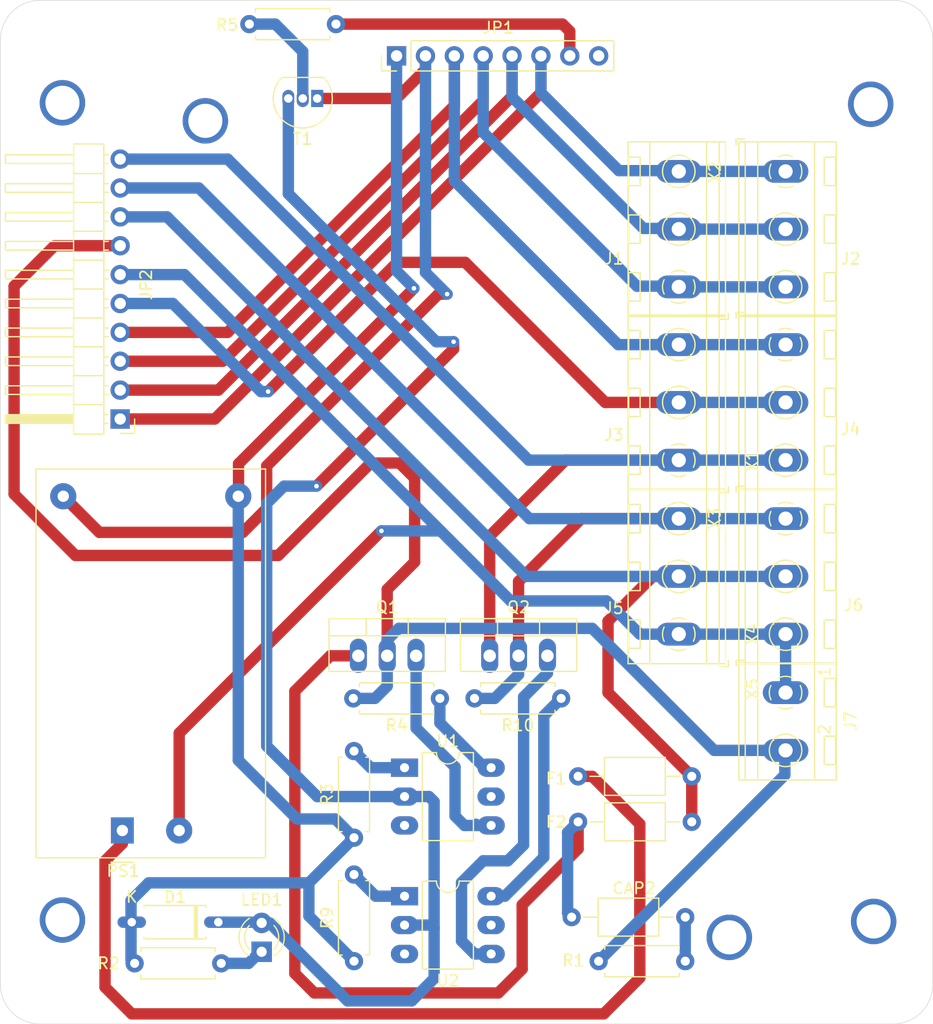
<source format=kicad_pcb>
(kicad_pcb (version 20171130) (host pcbnew "(5.1.12)-1")

  (general
    (thickness 1.6)
    (drawings 15)
    (tracks 232)
    (zones 0)
    (modules 27)
    (nets 31)
  )

  (page A4)
  (layers
    (0 F.Cu signal)
    (31 B.Cu signal)
    (32 B.Adhes user)
    (33 F.Adhes user)
    (34 B.Paste user)
    (35 F.Paste user)
    (36 B.SilkS user)
    (37 F.SilkS user)
    (38 B.Mask user)
    (39 F.Mask user)
    (40 Dwgs.User user)
    (41 Cmts.User user)
    (42 Eco1.User user)
    (43 Eco2.User user)
    (44 Edge.Cuts user)
    (45 Margin user)
    (46 B.CrtYd user)
    (47 F.CrtYd user)
    (48 B.Fab user)
    (49 F.Fab user hide)
  )

  (setup
    (last_trace_width 0.25)
    (user_trace_width 0.5)
    (user_trace_width 1)
    (user_trace_width 5)
    (trace_clearance 0.2)
    (zone_clearance 0.508)
    (zone_45_only no)
    (trace_min 0.25)
    (via_size 0.8)
    (via_drill 0.4)
    (via_min_size 0.4)
    (via_min_drill 0.3)
    (uvia_size 0.3)
    (uvia_drill 0.1)
    (uvias_allowed no)
    (uvia_min_size 0.2)
    (uvia_min_drill 0.1)
    (edge_width 0.05)
    (segment_width 0.2)
    (pcb_text_width 0.3)
    (pcb_text_size 1.5 1.5)
    (mod_edge_width 0.12)
    (mod_text_size 1 1)
    (mod_text_width 0.15)
    (pad_size 2 4)
    (pad_drill 1.25)
    (pad_to_mask_clearance 0)
    (aux_axis_origin 0 0)
    (visible_elements 7FFFFFFF)
    (pcbplotparams
      (layerselection 0x010fc_ffffffff)
      (usegerberextensions false)
      (usegerberattributes true)
      (usegerberadvancedattributes true)
      (creategerberjobfile true)
      (excludeedgelayer true)
      (linewidth 0.100000)
      (plotframeref false)
      (viasonmask false)
      (mode 1)
      (useauxorigin false)
      (hpglpennumber 1)
      (hpglpenspeed 20)
      (hpglpendiameter 15.000000)
      (psnegative false)
      (psa4output false)
      (plotreference true)
      (plotvalue true)
      (plotinvisibletext false)
      (padsonsilk false)
      (subtractmaskfromsilk false)
      (outputformat 1)
      (mirror false)
      (drillshape 1)
      (scaleselection 1)
      (outputdirectory ""))
  )

  (net 0 "")
  (net 1 "Net-(CAP2-Pad2)")
  (net 2 "Net-(CAP2-Pad1)")
  (net 3 "Net-(D1-Pad2)")
  (net 4 "Net-(D1-Pad1)")
  (net 5 "Net-(F1-Pad2)")
  (net 6 "Net-(F1-Pad1)")
  (net 7 "Net-(J1-Pad3)")
  (net 8 "Net-(J1-Pad2)")
  (net 9 "Net-(J1-Pad1)")
  (net 10 "Net-(J3-Pad3)")
  (net 11 "Net-(J3-Pad2)")
  (net 12 "Net-(J3-Pad1)")
  (net 13 "Net-(J5-Pad3)")
  (net 14 "Net-(J5-Pad1)")
  (net 15 "Net-(J7-Pad2)")
  (net 16 "Net-(JP1-Pad8)")
  (net 17 "Net-(JP1-Pad7)")
  (net 18 "Net-(JP1-Pad2)")
  (net 19 "Net-(Q1-Pad3)")
  (net 20 "Net-(Q2-Pad3)")
  (net 21 "Net-(R5-Pad1)")
  (net 22 "Net-(U1-Pad3)")
  (net 23 "Net-(U1-Pad5)")
  (net 24 "Net-(U2-Pad3)")
  (net 25 "Net-(U2-Pad5)")
  (net 26 "Net-(R3-Pad2)")
  (net 27 "Net-(R4-Pad1)")
  (net 28 "Net-(R9-Pad2)")
  (net 29 "Net-(R10-Pad1)")
  (net 30 "Net-(LED1-Pad1)")

  (net_class Default "This is the default net class."
    (clearance 0.2)
    (trace_width 0.25)
    (via_dia 0.8)
    (via_drill 0.4)
    (uvia_dia 0.3)
    (uvia_drill 0.1)
    (add_net "Net-(CAP2-Pad1)")
    (add_net "Net-(CAP2-Pad2)")
    (add_net "Net-(D1-Pad1)")
    (add_net "Net-(D1-Pad2)")
    (add_net "Net-(F1-Pad1)")
    (add_net "Net-(F1-Pad2)")
    (add_net "Net-(J1-Pad1)")
    (add_net "Net-(J1-Pad2)")
    (add_net "Net-(J1-Pad3)")
    (add_net "Net-(J3-Pad1)")
    (add_net "Net-(J3-Pad2)")
    (add_net "Net-(J3-Pad3)")
    (add_net "Net-(J5-Pad1)")
    (add_net "Net-(J5-Pad3)")
    (add_net "Net-(J7-Pad2)")
    (add_net "Net-(JP1-Pad2)")
    (add_net "Net-(JP1-Pad7)")
    (add_net "Net-(JP1-Pad8)")
    (add_net "Net-(LED1-Pad1)")
    (add_net "Net-(Q1-Pad3)")
    (add_net "Net-(Q2-Pad3)")
    (add_net "Net-(R10-Pad1)")
    (add_net "Net-(R3-Pad2)")
    (add_net "Net-(R4-Pad1)")
    (add_net "Net-(R5-Pad1)")
    (add_net "Net-(R9-Pad2)")
    (add_net "Net-(U1-Pad3)")
    (add_net "Net-(U1-Pad5)")
    (add_net "Net-(U2-Pad3)")
    (add_net "Net-(U2-Pad5)")
  )

  (module Package_DIP:DIP-6_W7.62mm_LongPads (layer F.Cu) (tedit 5A02E8C5) (tstamp 6541D45D)
    (at 134.493 109.1565)
    (descr "6-lead though-hole mounted DIP package, row spacing 7.62 mm (300 mils), LongPads")
    (tags "THT DIP DIL PDIP 2.54mm 7.62mm 300mil LongPads")
    (path /65436189)
    (fp_text reference U2 (at 3.81 7.4295) (layer F.SilkS)
      (effects (font (size 1 1) (thickness 0.15)))
    )
    (fp_text value MOC3063 (at 3.81 7.41) (layer F.Fab)
      (effects (font (size 1 1) (thickness 0.15)))
    )
    (fp_line (start 1.635 -1.27) (end 6.985 -1.27) (layer F.Fab) (width 0.1))
    (fp_line (start 6.985 -1.27) (end 6.985 6.35) (layer F.Fab) (width 0.1))
    (fp_line (start 6.985 6.35) (end 0.635 6.35) (layer F.Fab) (width 0.1))
    (fp_line (start 0.635 6.35) (end 0.635 -0.27) (layer F.Fab) (width 0.1))
    (fp_line (start 0.635 -0.27) (end 1.635 -1.27) (layer F.Fab) (width 0.1))
    (fp_line (start 2.81 -1.33) (end 1.56 -1.33) (layer F.SilkS) (width 0.12))
    (fp_line (start 1.56 -1.33) (end 1.56 6.41) (layer F.SilkS) (width 0.12))
    (fp_line (start 1.56 6.41) (end 6.06 6.41) (layer F.SilkS) (width 0.12))
    (fp_line (start 6.06 6.41) (end 6.06 -1.33) (layer F.SilkS) (width 0.12))
    (fp_line (start 6.06 -1.33) (end 4.81 -1.33) (layer F.SilkS) (width 0.12))
    (fp_line (start -1.45 -1.55) (end -1.45 6.6) (layer F.CrtYd) (width 0.05))
    (fp_line (start -1.45 6.6) (end 9.1 6.6) (layer F.CrtYd) (width 0.05))
    (fp_line (start 9.1 6.6) (end 9.1 -1.55) (layer F.CrtYd) (width 0.05))
    (fp_line (start 9.1 -1.55) (end -1.45 -1.55) (layer F.CrtYd) (width 0.05))
    (fp_text user %R (at 3.81 2.54) (layer F.Fab)
      (effects (font (size 1 1) (thickness 0.15)))
    )
    (fp_arc (start 3.81 -1.33) (end 2.81 -1.33) (angle -180) (layer F.SilkS) (width 0.12))
    (pad 6 thru_hole oval (at 7.62 0) (size 2.4 1.6) (drill 0.8) (layers *.Cu *.Mask)
      (net 29 "Net-(R10-Pad1)"))
    (pad 3 thru_hole oval (at 0 5.08) (size 2.4 1.6) (drill 0.8) (layers *.Cu *.Mask)
      (net 24 "Net-(U2-Pad3)"))
    (pad 5 thru_hole oval (at 7.62 2.54) (size 2.4 1.6) (drill 0.8) (layers *.Cu *.Mask)
      (net 25 "Net-(U2-Pad5)"))
    (pad 2 thru_hole oval (at 0 2.54) (size 2.4 1.6) (drill 0.8) (layers *.Cu *.Mask)
      (net 4 "Net-(D1-Pad1)"))
    (pad 4 thru_hole oval (at 7.62 5.08) (size 2.4 1.6) (drill 0.8) (layers *.Cu *.Mask)
      (net 20 "Net-(Q2-Pad3)"))
    (pad 1 thru_hole rect (at 0 0) (size 2.4 1.6) (drill 0.8) (layers *.Cu *.Mask)
      (net 28 "Net-(R9-Pad2)"))
    (model ${KISYS3DMOD}/Package_DIP.3dshapes/DIP-6_W7.62mm.wrl
      (at (xyz 0 0 0))
      (scale (xyz 1 1 1))
      (rotate (xyz 0 0 0))
    )
  )

  (module Package_DIP:DIP-6_W7.62mm_LongPads (layer F.Cu) (tedit 5A02E8C5) (tstamp 6541D443)
    (at 134.493 97.8535)
    (descr "6-lead though-hole mounted DIP package, row spacing 7.62 mm (300 mils), LongPads")
    (tags "THT DIP DIL PDIP 2.54mm 7.62mm 300mil LongPads")
    (path /65431818)
    (fp_text reference U1 (at 3.81 -2.33) (layer F.SilkS)
      (effects (font (size 1 1) (thickness 0.15)))
    )
    (fp_text value MOC3063 (at 3.81 7.41) (layer F.Fab)
      (effects (font (size 1 1) (thickness 0.15)))
    )
    (fp_line (start 1.635 -1.27) (end 6.985 -1.27) (layer F.Fab) (width 0.1))
    (fp_line (start 6.985 -1.27) (end 6.985 6.35) (layer F.Fab) (width 0.1))
    (fp_line (start 6.985 6.35) (end 0.635 6.35) (layer F.Fab) (width 0.1))
    (fp_line (start 0.635 6.35) (end 0.635 -0.27) (layer F.Fab) (width 0.1))
    (fp_line (start 0.635 -0.27) (end 1.635 -1.27) (layer F.Fab) (width 0.1))
    (fp_line (start 2.81 -1.33) (end 1.56 -1.33) (layer F.SilkS) (width 0.12))
    (fp_line (start 1.56 -1.33) (end 1.56 6.41) (layer F.SilkS) (width 0.12))
    (fp_line (start 1.56 6.41) (end 6.06 6.41) (layer F.SilkS) (width 0.12))
    (fp_line (start 6.06 6.41) (end 6.06 -1.33) (layer F.SilkS) (width 0.12))
    (fp_line (start 6.06 -1.33) (end 4.81 -1.33) (layer F.SilkS) (width 0.12))
    (fp_line (start -1.45 -1.55) (end -1.45 6.6) (layer F.CrtYd) (width 0.05))
    (fp_line (start -1.45 6.6) (end 9.1 6.6) (layer F.CrtYd) (width 0.05))
    (fp_line (start 9.1 6.6) (end 9.1 -1.55) (layer F.CrtYd) (width 0.05))
    (fp_line (start 9.1 -1.55) (end -1.45 -1.55) (layer F.CrtYd) (width 0.05))
    (fp_text user %R (at 3.81 2.54) (layer F.Fab)
      (effects (font (size 1 1) (thickness 0.15)))
    )
    (fp_arc (start 3.81 -1.33) (end 2.81 -1.33) (angle -180) (layer F.SilkS) (width 0.12))
    (pad 6 thru_hole oval (at 7.62 0) (size 2.4 1.6) (drill 0.8) (layers *.Cu *.Mask)
      (net 27 "Net-(R4-Pad1)"))
    (pad 3 thru_hole oval (at 0 5.08) (size 2.4 1.6) (drill 0.8) (layers *.Cu *.Mask)
      (net 22 "Net-(U1-Pad3)"))
    (pad 5 thru_hole oval (at 7.62 2.54) (size 2.4 1.6) (drill 0.8) (layers *.Cu *.Mask)
      (net 23 "Net-(U1-Pad5)"))
    (pad 2 thru_hole oval (at 0 2.54) (size 2.4 1.6) (drill 0.8) (layers *.Cu *.Mask)
      (net 4 "Net-(D1-Pad1)"))
    (pad 4 thru_hole oval (at 7.62 5.08) (size 2.4 1.6) (drill 0.8) (layers *.Cu *.Mask)
      (net 19 "Net-(Q1-Pad3)"))
    (pad 1 thru_hole rect (at 0 0) (size 2.4 1.6) (drill 0.8) (layers *.Cu *.Mask)
      (net 26 "Net-(R3-Pad2)"))
    (model ${KISYS3DMOD}/Package_DIP.3dshapes/DIP-6_W7.62mm.wrl
      (at (xyz 0 0 0))
      (scale (xyz 1 1 1))
      (rotate (xyz 0 0 0))
    )
  )

  (module Package_TO_SOT_THT:TO-92_Inline (layer F.Cu) (tedit 5A1DD157) (tstamp 6541D429)
    (at 126.8095 38.989 180)
    (descr "TO-92 leads in-line, narrow, oval pads, drill 0.75mm (see NXP sot054_po.pdf)")
    (tags "to-92 sc-43 sc-43a sot54 PA33 transistor")
    (path /65441359)
    (fp_text reference T1 (at 1.27 -3.56) (layer F.SilkS)
      (effects (font (size 1 1) (thickness 0.15)))
    )
    (fp_text value BC547 (at 1.27 2.79) (layer F.Fab)
      (effects (font (size 1 1) (thickness 0.15)))
    )
    (fp_line (start -0.53 1.85) (end 3.07 1.85) (layer F.SilkS) (width 0.12))
    (fp_line (start -0.5 1.75) (end 3 1.75) (layer F.Fab) (width 0.1))
    (fp_line (start -1.46 -2.73) (end 4 -2.73) (layer F.CrtYd) (width 0.05))
    (fp_line (start -1.46 -2.73) (end -1.46 2.01) (layer F.CrtYd) (width 0.05))
    (fp_line (start 4 2.01) (end 4 -2.73) (layer F.CrtYd) (width 0.05))
    (fp_line (start 4 2.01) (end -1.46 2.01) (layer F.CrtYd) (width 0.05))
    (fp_arc (start 1.27 0) (end 1.27 -2.6) (angle 135) (layer F.SilkS) (width 0.12))
    (fp_arc (start 1.27 0) (end 1.27 -2.48) (angle -135) (layer F.Fab) (width 0.1))
    (fp_arc (start 1.27 0) (end 1.27 -2.6) (angle -135) (layer F.SilkS) (width 0.12))
    (fp_arc (start 1.27 0) (end 1.27 -2.48) (angle 135) (layer F.Fab) (width 0.1))
    (fp_text user %R (at 1.27 0) (layer F.Fab)
      (effects (font (size 1 1) (thickness 0.15)))
    )
    (pad 1 thru_hole rect (at 0 0 180) (size 1.05 1.5) (drill 0.75) (layers *.Cu *.Mask)
      (net 18 "Net-(JP1-Pad2)"))
    (pad 3 thru_hole oval (at 2.54 0 180) (size 1.05 1.5) (drill 0.75) (layers *.Cu *.Mask)
      (net 4 "Net-(D1-Pad1)"))
    (pad 2 thru_hole oval (at 1.27 0 180) (size 1.05 1.5) (drill 0.75) (layers *.Cu *.Mask)
      (net 21 "Net-(R5-Pad1)"))
    (model ${KISYS3DMOD}/Package_TO_SOT_THT.3dshapes/TO-92_Inline.wrl
      (at (xyz 0 0 0))
      (scale (xyz 1 1 1))
      (rotate (xyz 0 0 0))
    )
  )

  (module Resistor_THT:R_Axial_DIN0207_L6.3mm_D2.5mm_P7.62mm_Horizontal (layer F.Cu) (tedit 5AE5139B) (tstamp 6541D417)
    (at 148.2725 91.7575 180)
    (descr "Resistor, Axial_DIN0207 series, Axial, Horizontal, pin pitch=7.62mm, 0.25W = 1/4W, length*diameter=6.3*2.5mm^2, http://cdn-reichelt.de/documents/datenblatt/B400/1_4W%23YAG.pdf")
    (tags "Resistor Axial_DIN0207 series Axial Horizontal pin pitch 7.62mm 0.25W = 1/4W length 6.3mm diameter 2.5mm")
    (path /65423B28)
    (fp_text reference R10 (at 3.81 -2.37) (layer F.SilkS)
      (effects (font (size 1 1) (thickness 0.15)))
    )
    (fp_text value 200 (at 3.81 2.37) (layer F.Fab)
      (effects (font (size 1 1) (thickness 0.15)))
    )
    (fp_line (start 0.66 -1.25) (end 0.66 1.25) (layer F.Fab) (width 0.1))
    (fp_line (start 0.66 1.25) (end 6.96 1.25) (layer F.Fab) (width 0.1))
    (fp_line (start 6.96 1.25) (end 6.96 -1.25) (layer F.Fab) (width 0.1))
    (fp_line (start 6.96 -1.25) (end 0.66 -1.25) (layer F.Fab) (width 0.1))
    (fp_line (start 0 0) (end 0.66 0) (layer F.Fab) (width 0.1))
    (fp_line (start 7.62 0) (end 6.96 0) (layer F.Fab) (width 0.1))
    (fp_line (start 0.54 -1.04) (end 0.54 -1.37) (layer F.SilkS) (width 0.12))
    (fp_line (start 0.54 -1.37) (end 7.08 -1.37) (layer F.SilkS) (width 0.12))
    (fp_line (start 7.08 -1.37) (end 7.08 -1.04) (layer F.SilkS) (width 0.12))
    (fp_line (start 0.54 1.04) (end 0.54 1.37) (layer F.SilkS) (width 0.12))
    (fp_line (start 0.54 1.37) (end 7.08 1.37) (layer F.SilkS) (width 0.12))
    (fp_line (start 7.08 1.37) (end 7.08 1.04) (layer F.SilkS) (width 0.12))
    (fp_line (start -1.05 -1.5) (end -1.05 1.5) (layer F.CrtYd) (width 0.05))
    (fp_line (start -1.05 1.5) (end 8.67 1.5) (layer F.CrtYd) (width 0.05))
    (fp_line (start 8.67 1.5) (end 8.67 -1.5) (layer F.CrtYd) (width 0.05))
    (fp_line (start 8.67 -1.5) (end -1.05 -1.5) (layer F.CrtYd) (width 0.05))
    (fp_text user %R (at 3.81 0) (layer F.Fab)
      (effects (font (size 1 1) (thickness 0.15)))
    )
    (pad 2 thru_hole oval (at 7.62 0 180) (size 1.6 1.6) (drill 0.8) (layers *.Cu *.Mask)
      (net 13 "Net-(J5-Pad3)"))
    (pad 1 thru_hole circle (at 0 0 180) (size 1.6 1.6) (drill 0.8) (layers *.Cu *.Mask)
      (net 29 "Net-(R10-Pad1)"))
    (model ${KISYS3DMOD}/Resistor_THT.3dshapes/R_Axial_DIN0207_L6.3mm_D2.5mm_P7.62mm_Horizontal.wrl
      (at (xyz 0 0 0))
      (scale (xyz 1 1 1))
      (rotate (xyz 0 0 0))
    )
  )

  (module Resistor_THT:R_Axial_DIN0207_L6.3mm_D2.5mm_P7.62mm_Horizontal (layer F.Cu) (tedit 5AE5139B) (tstamp 6541D400)
    (at 130.048 114.8715 90)
    (descr "Resistor, Axial_DIN0207 series, Axial, Horizontal, pin pitch=7.62mm, 0.25W = 1/4W, length*diameter=6.3*2.5mm^2, http://cdn-reichelt.de/documents/datenblatt/B400/1_4W%23YAG.pdf")
    (tags "Resistor Axial_DIN0207 series Axial Horizontal pin pitch 7.62mm 0.25W = 1/4W length 6.3mm diameter 2.5mm")
    (path /6542384B)
    (fp_text reference R9 (at 3.81 -2.37 90) (layer F.SilkS)
      (effects (font (size 1 1) (thickness 0.15)))
    )
    (fp_text value 200 (at 3.81 2.37 90) (layer F.Fab)
      (effects (font (size 1 1) (thickness 0.15)))
    )
    (fp_line (start 0.66 -1.25) (end 0.66 1.25) (layer F.Fab) (width 0.1))
    (fp_line (start 0.66 1.25) (end 6.96 1.25) (layer F.Fab) (width 0.1))
    (fp_line (start 6.96 1.25) (end 6.96 -1.25) (layer F.Fab) (width 0.1))
    (fp_line (start 6.96 -1.25) (end 0.66 -1.25) (layer F.Fab) (width 0.1))
    (fp_line (start 0 0) (end 0.66 0) (layer F.Fab) (width 0.1))
    (fp_line (start 7.62 0) (end 6.96 0) (layer F.Fab) (width 0.1))
    (fp_line (start 0.54 -1.04) (end 0.54 -1.37) (layer F.SilkS) (width 0.12))
    (fp_line (start 0.54 -1.37) (end 7.08 -1.37) (layer F.SilkS) (width 0.12))
    (fp_line (start 7.08 -1.37) (end 7.08 -1.04) (layer F.SilkS) (width 0.12))
    (fp_line (start 0.54 1.04) (end 0.54 1.37) (layer F.SilkS) (width 0.12))
    (fp_line (start 0.54 1.37) (end 7.08 1.37) (layer F.SilkS) (width 0.12))
    (fp_line (start 7.08 1.37) (end 7.08 1.04) (layer F.SilkS) (width 0.12))
    (fp_line (start -1.05 -1.5) (end -1.05 1.5) (layer F.CrtYd) (width 0.05))
    (fp_line (start -1.05 1.5) (end 8.67 1.5) (layer F.CrtYd) (width 0.05))
    (fp_line (start 8.67 1.5) (end 8.67 -1.5) (layer F.CrtYd) (width 0.05))
    (fp_line (start 8.67 -1.5) (end -1.05 -1.5) (layer F.CrtYd) (width 0.05))
    (fp_text user %R (at 3.81 0 90) (layer F.Fab)
      (effects (font (size 1 1) (thickness 0.15)))
    )
    (pad 2 thru_hole oval (at 7.62 0 90) (size 1.6 1.6) (drill 0.8) (layers *.Cu *.Mask)
      (net 28 "Net-(R9-Pad2)"))
    (pad 1 thru_hole circle (at 0 0 90) (size 1.6 1.6) (drill 0.8) (layers *.Cu *.Mask)
      (net 3 "Net-(D1-Pad2)"))
    (model ${KISYS3DMOD}/Resistor_THT.3dshapes/R_Axial_DIN0207_L6.3mm_D2.5mm_P7.62mm_Horizontal.wrl
      (at (xyz 0 0 0))
      (scale (xyz 1 1 1))
      (rotate (xyz 0 0 0))
    )
  )

  (module Resistor_THT:R_Axial_DIN0207_L6.3mm_D2.5mm_P7.62mm_Horizontal (layer F.Cu) (tedit 5AE5139B) (tstamp 6541D3E9)
    (at 120.8405 32.4485)
    (descr "Resistor, Axial_DIN0207 series, Axial, Horizontal, pin pitch=7.62mm, 0.25W = 1/4W, length*diameter=6.3*2.5mm^2, http://cdn-reichelt.de/documents/datenblatt/B400/1_4W%23YAG.pdf")
    (tags "Resistor Axial_DIN0207 series Axial Horizontal pin pitch 7.62mm 0.25W = 1/4W length 6.3mm diameter 2.5mm")
    (path /65423572)
    (fp_text reference R5 (at -1.9685 0.0635) (layer F.SilkS)
      (effects (font (size 1 1) (thickness 0.15)))
    )
    (fp_text value 1k (at 3.81 2.37) (layer F.Fab)
      (effects (font (size 1 1) (thickness 0.15)))
    )
    (fp_line (start 0.66 -1.25) (end 0.66 1.25) (layer F.Fab) (width 0.1))
    (fp_line (start 0.66 1.25) (end 6.96 1.25) (layer F.Fab) (width 0.1))
    (fp_line (start 6.96 1.25) (end 6.96 -1.25) (layer F.Fab) (width 0.1))
    (fp_line (start 6.96 -1.25) (end 0.66 -1.25) (layer F.Fab) (width 0.1))
    (fp_line (start 0 0) (end 0.66 0) (layer F.Fab) (width 0.1))
    (fp_line (start 7.62 0) (end 6.96 0) (layer F.Fab) (width 0.1))
    (fp_line (start 0.54 -1.04) (end 0.54 -1.37) (layer F.SilkS) (width 0.12))
    (fp_line (start 0.54 -1.37) (end 7.08 -1.37) (layer F.SilkS) (width 0.12))
    (fp_line (start 7.08 -1.37) (end 7.08 -1.04) (layer F.SilkS) (width 0.12))
    (fp_line (start 0.54 1.04) (end 0.54 1.37) (layer F.SilkS) (width 0.12))
    (fp_line (start 0.54 1.37) (end 7.08 1.37) (layer F.SilkS) (width 0.12))
    (fp_line (start 7.08 1.37) (end 7.08 1.04) (layer F.SilkS) (width 0.12))
    (fp_line (start -1.05 -1.5) (end -1.05 1.5) (layer F.CrtYd) (width 0.05))
    (fp_line (start -1.05 1.5) (end 8.67 1.5) (layer F.CrtYd) (width 0.05))
    (fp_line (start 8.67 1.5) (end 8.67 -1.5) (layer F.CrtYd) (width 0.05))
    (fp_line (start 8.67 -1.5) (end -1.05 -1.5) (layer F.CrtYd) (width 0.05))
    (fp_text user %R (at 3.81 0) (layer F.Fab)
      (effects (font (size 1 1) (thickness 0.15)))
    )
    (pad 2 thru_hole oval (at 7.62 0) (size 1.6 1.6) (drill 0.8) (layers *.Cu *.Mask)
      (net 17 "Net-(JP1-Pad7)"))
    (pad 1 thru_hole circle (at 0 0) (size 1.6 1.6) (drill 0.8) (layers *.Cu *.Mask)
      (net 21 "Net-(R5-Pad1)"))
    (model ${KISYS3DMOD}/Resistor_THT.3dshapes/R_Axial_DIN0207_L6.3mm_D2.5mm_P7.62mm_Horizontal.wrl
      (at (xyz 0 0 0))
      (scale (xyz 1 1 1))
      (rotate (xyz 0 0 0))
    )
  )

  (module Resistor_THT:R_Axial_DIN0207_L6.3mm_D2.5mm_P7.62mm_Horizontal (layer F.Cu) (tedit 5AE5139B) (tstamp 6541D3D2)
    (at 137.6045 91.7575 180)
    (descr "Resistor, Axial_DIN0207 series, Axial, Horizontal, pin pitch=7.62mm, 0.25W = 1/4W, length*diameter=6.3*2.5mm^2, http://cdn-reichelt.de/documents/datenblatt/B400/1_4W%23YAG.pdf")
    (tags "Resistor Axial_DIN0207 series Axial Horizontal pin pitch 7.62mm 0.25W = 1/4W length 6.3mm diameter 2.5mm")
    (path /65423222)
    (fp_text reference R4 (at 3.81 -2.37) (layer F.SilkS)
      (effects (font (size 1 1) (thickness 0.15)))
    )
    (fp_text value 200 (at 3.81 2.37) (layer F.Fab)
      (effects (font (size 1 1) (thickness 0.15)))
    )
    (fp_line (start 0.66 -1.25) (end 0.66 1.25) (layer F.Fab) (width 0.1))
    (fp_line (start 0.66 1.25) (end 6.96 1.25) (layer F.Fab) (width 0.1))
    (fp_line (start 6.96 1.25) (end 6.96 -1.25) (layer F.Fab) (width 0.1))
    (fp_line (start 6.96 -1.25) (end 0.66 -1.25) (layer F.Fab) (width 0.1))
    (fp_line (start 0 0) (end 0.66 0) (layer F.Fab) (width 0.1))
    (fp_line (start 7.62 0) (end 6.96 0) (layer F.Fab) (width 0.1))
    (fp_line (start 0.54 -1.04) (end 0.54 -1.37) (layer F.SilkS) (width 0.12))
    (fp_line (start 0.54 -1.37) (end 7.08 -1.37) (layer F.SilkS) (width 0.12))
    (fp_line (start 7.08 -1.37) (end 7.08 -1.04) (layer F.SilkS) (width 0.12))
    (fp_line (start 0.54 1.04) (end 0.54 1.37) (layer F.SilkS) (width 0.12))
    (fp_line (start 0.54 1.37) (end 7.08 1.37) (layer F.SilkS) (width 0.12))
    (fp_line (start 7.08 1.37) (end 7.08 1.04) (layer F.SilkS) (width 0.12))
    (fp_line (start -1.05 -1.5) (end -1.05 1.5) (layer F.CrtYd) (width 0.05))
    (fp_line (start -1.05 1.5) (end 8.67 1.5) (layer F.CrtYd) (width 0.05))
    (fp_line (start 8.67 1.5) (end 8.67 -1.5) (layer F.CrtYd) (width 0.05))
    (fp_line (start 8.67 -1.5) (end -1.05 -1.5) (layer F.CrtYd) (width 0.05))
    (fp_text user %R (at 3.81 0) (layer F.Fab)
      (effects (font (size 1 1) (thickness 0.15)))
    )
    (pad 2 thru_hole oval (at 7.62 0 180) (size 1.6 1.6) (drill 0.8) (layers *.Cu *.Mask)
      (net 15 "Net-(J7-Pad2)"))
    (pad 1 thru_hole circle (at 0 0 180) (size 1.6 1.6) (drill 0.8) (layers *.Cu *.Mask)
      (net 27 "Net-(R4-Pad1)"))
    (model ${KISYS3DMOD}/Resistor_THT.3dshapes/R_Axial_DIN0207_L6.3mm_D2.5mm_P7.62mm_Horizontal.wrl
      (at (xyz 0 0 0))
      (scale (xyz 1 1 1))
      (rotate (xyz 0 0 0))
    )
  )

  (module Resistor_THT:R_Axial_DIN0207_L6.3mm_D2.5mm_P7.62mm_Horizontal (layer F.Cu) (tedit 5AE5139B) (tstamp 6541D3BB)
    (at 130.048 104.013 90)
    (descr "Resistor, Axial_DIN0207 series, Axial, Horizontal, pin pitch=7.62mm, 0.25W = 1/4W, length*diameter=6.3*2.5mm^2, http://cdn-reichelt.de/documents/datenblatt/B400/1_4W%23YAG.pdf")
    (tags "Resistor Axial_DIN0207 series Axial Horizontal pin pitch 7.62mm 0.25W = 1/4W length 6.3mm diameter 2.5mm")
    (path /6542301A)
    (fp_text reference R3 (at 3.81 -2.37 90) (layer F.SilkS)
      (effects (font (size 1 1) (thickness 0.15)))
    )
    (fp_text value 200 (at 3.81 2.37 90) (layer F.Fab)
      (effects (font (size 1 1) (thickness 0.15)))
    )
    (fp_line (start 0.66 -1.25) (end 0.66 1.25) (layer F.Fab) (width 0.1))
    (fp_line (start 0.66 1.25) (end 6.96 1.25) (layer F.Fab) (width 0.1))
    (fp_line (start 6.96 1.25) (end 6.96 -1.25) (layer F.Fab) (width 0.1))
    (fp_line (start 6.96 -1.25) (end 0.66 -1.25) (layer F.Fab) (width 0.1))
    (fp_line (start 0 0) (end 0.66 0) (layer F.Fab) (width 0.1))
    (fp_line (start 7.62 0) (end 6.96 0) (layer F.Fab) (width 0.1))
    (fp_line (start 0.54 -1.04) (end 0.54 -1.37) (layer F.SilkS) (width 0.12))
    (fp_line (start 0.54 -1.37) (end 7.08 -1.37) (layer F.SilkS) (width 0.12))
    (fp_line (start 7.08 -1.37) (end 7.08 -1.04) (layer F.SilkS) (width 0.12))
    (fp_line (start 0.54 1.04) (end 0.54 1.37) (layer F.SilkS) (width 0.12))
    (fp_line (start 0.54 1.37) (end 7.08 1.37) (layer F.SilkS) (width 0.12))
    (fp_line (start 7.08 1.37) (end 7.08 1.04) (layer F.SilkS) (width 0.12))
    (fp_line (start -1.05 -1.5) (end -1.05 1.5) (layer F.CrtYd) (width 0.05))
    (fp_line (start -1.05 1.5) (end 8.67 1.5) (layer F.CrtYd) (width 0.05))
    (fp_line (start 8.67 1.5) (end 8.67 -1.5) (layer F.CrtYd) (width 0.05))
    (fp_line (start 8.67 -1.5) (end -1.05 -1.5) (layer F.CrtYd) (width 0.05))
    (fp_text user %R (at 3.81 0 90) (layer F.Fab)
      (effects (font (size 1 1) (thickness 0.15)))
    )
    (pad 2 thru_hole oval (at 7.62 0 90) (size 1.6 1.6) (drill 0.8) (layers *.Cu *.Mask)
      (net 26 "Net-(R3-Pad2)"))
    (pad 1 thru_hole circle (at 0 0 90) (size 1.6 1.6) (drill 0.8) (layers *.Cu *.Mask)
      (net 3 "Net-(D1-Pad2)"))
    (model ${KISYS3DMOD}/Resistor_THT.3dshapes/R_Axial_DIN0207_L6.3mm_D2.5mm_P7.62mm_Horizontal.wrl
      (at (xyz 0 0 0))
      (scale (xyz 1 1 1))
      (rotate (xyz 0 0 0))
    )
  )

  (module Resistor_THT:R_Axial_DIN0207_L6.3mm_D2.5mm_P7.62mm_Horizontal (layer F.Cu) (tedit 5AE5139B) (tstamp 6541D3A4)
    (at 110.744 115.062)
    (descr "Resistor, Axial_DIN0207 series, Axial, Horizontal, pin pitch=7.62mm, 0.25W = 1/4W, length*diameter=6.3*2.5mm^2, http://cdn-reichelt.de/documents/datenblatt/B400/1_4W%23YAG.pdf")
    (tags "Resistor Axial_DIN0207 series Axial Horizontal pin pitch 7.62mm 0.25W = 1/4W length 6.3mm diameter 2.5mm")
    (path /65422C0D)
    (fp_text reference R2 (at -2.286 0) (layer F.SilkS)
      (effects (font (size 1 1) (thickness 0.15)))
    )
    (fp_text value 110 (at 3.81 2.37) (layer F.Fab)
      (effects (font (size 1 1) (thickness 0.15)))
    )
    (fp_line (start 0.66 -1.25) (end 0.66 1.25) (layer F.Fab) (width 0.1))
    (fp_line (start 0.66 1.25) (end 6.96 1.25) (layer F.Fab) (width 0.1))
    (fp_line (start 6.96 1.25) (end 6.96 -1.25) (layer F.Fab) (width 0.1))
    (fp_line (start 6.96 -1.25) (end 0.66 -1.25) (layer F.Fab) (width 0.1))
    (fp_line (start 0 0) (end 0.66 0) (layer F.Fab) (width 0.1))
    (fp_line (start 7.62 0) (end 6.96 0) (layer F.Fab) (width 0.1))
    (fp_line (start 0.54 -1.04) (end 0.54 -1.37) (layer F.SilkS) (width 0.12))
    (fp_line (start 0.54 -1.37) (end 7.08 -1.37) (layer F.SilkS) (width 0.12))
    (fp_line (start 7.08 -1.37) (end 7.08 -1.04) (layer F.SilkS) (width 0.12))
    (fp_line (start 0.54 1.04) (end 0.54 1.37) (layer F.SilkS) (width 0.12))
    (fp_line (start 0.54 1.37) (end 7.08 1.37) (layer F.SilkS) (width 0.12))
    (fp_line (start 7.08 1.37) (end 7.08 1.04) (layer F.SilkS) (width 0.12))
    (fp_line (start -1.05 -1.5) (end -1.05 1.5) (layer F.CrtYd) (width 0.05))
    (fp_line (start -1.05 1.5) (end 8.67 1.5) (layer F.CrtYd) (width 0.05))
    (fp_line (start 8.67 1.5) (end 8.67 -1.5) (layer F.CrtYd) (width 0.05))
    (fp_line (start 8.67 -1.5) (end -1.05 -1.5) (layer F.CrtYd) (width 0.05))
    (fp_text user %R (at 3.81 0) (layer F.Fab)
      (effects (font (size 1 1) (thickness 0.15)))
    )
    (pad 2 thru_hole oval (at 7.62 0) (size 1.6 1.6) (drill 0.8) (layers *.Cu *.Mask)
      (net 30 "Net-(LED1-Pad1)"))
    (pad 1 thru_hole circle (at 0 0) (size 1.6 1.6) (drill 0.8) (layers *.Cu *.Mask)
      (net 3 "Net-(D1-Pad2)"))
    (model ${KISYS3DMOD}/Resistor_THT.3dshapes/R_Axial_DIN0207_L6.3mm_D2.5mm_P7.62mm_Horizontal.wrl
      (at (xyz 0 0 0))
      (scale (xyz 1 1 1))
      (rotate (xyz 0 0 0))
    )
  )

  (module Resistor_THT:R_Axial_DIN0207_L6.3mm_D2.5mm_P7.62mm_Horizontal (layer F.Cu) (tedit 5AE5139B) (tstamp 6541D38D)
    (at 151.5745 114.8715)
    (descr "Resistor, Axial_DIN0207 series, Axial, Horizontal, pin pitch=7.62mm, 0.25W = 1/4W, length*diameter=6.3*2.5mm^2, http://cdn-reichelt.de/documents/datenblatt/B400/1_4W%23YAG.pdf")
    (tags "Resistor Axial_DIN0207 series Axial Horizontal pin pitch 7.62mm 0.25W = 1/4W length 6.3mm diameter 2.5mm")
    (path /65421664)
    (fp_text reference R1 (at -2.2225 -0.0635) (layer F.SilkS)
      (effects (font (size 1 1) (thickness 0.15)))
    )
    (fp_text value na (at 3.81 2.37) (layer F.Fab)
      (effects (font (size 1 1) (thickness 0.15)))
    )
    (fp_line (start 0.66 -1.25) (end 0.66 1.25) (layer F.Fab) (width 0.1))
    (fp_line (start 0.66 1.25) (end 6.96 1.25) (layer F.Fab) (width 0.1))
    (fp_line (start 6.96 1.25) (end 6.96 -1.25) (layer F.Fab) (width 0.1))
    (fp_line (start 6.96 -1.25) (end 0.66 -1.25) (layer F.Fab) (width 0.1))
    (fp_line (start 0 0) (end 0.66 0) (layer F.Fab) (width 0.1))
    (fp_line (start 7.62 0) (end 6.96 0) (layer F.Fab) (width 0.1))
    (fp_line (start 0.54 -1.04) (end 0.54 -1.37) (layer F.SilkS) (width 0.12))
    (fp_line (start 0.54 -1.37) (end 7.08 -1.37) (layer F.SilkS) (width 0.12))
    (fp_line (start 7.08 -1.37) (end 7.08 -1.04) (layer F.SilkS) (width 0.12))
    (fp_line (start 0.54 1.04) (end 0.54 1.37) (layer F.SilkS) (width 0.12))
    (fp_line (start 0.54 1.37) (end 7.08 1.37) (layer F.SilkS) (width 0.12))
    (fp_line (start 7.08 1.37) (end 7.08 1.04) (layer F.SilkS) (width 0.12))
    (fp_line (start -1.05 -1.5) (end -1.05 1.5) (layer F.CrtYd) (width 0.05))
    (fp_line (start -1.05 1.5) (end 8.67 1.5) (layer F.CrtYd) (width 0.05))
    (fp_line (start 8.67 1.5) (end 8.67 -1.5) (layer F.CrtYd) (width 0.05))
    (fp_line (start 8.67 -1.5) (end -1.05 -1.5) (layer F.CrtYd) (width 0.05))
    (fp_text user %R (at 3.81 0) (layer F.Fab)
      (effects (font (size 1 1) (thickness 0.15)))
    )
    (pad 2 thru_hole oval (at 7.62 0) (size 1.6 1.6) (drill 0.8) (layers *.Cu *.Mask)
      (net 2 "Net-(CAP2-Pad1)"))
    (pad 1 thru_hole circle (at 0 0) (size 1.6 1.6) (drill 0.8) (layers *.Cu *.Mask)
      (net 15 "Net-(J7-Pad2)"))
    (model ${KISYS3DMOD}/Resistor_THT.3dshapes/R_Axial_DIN0207_L6.3mm_D2.5mm_P7.62mm_Horizontal.wrl
      (at (xyz 0 0 0))
      (scale (xyz 1 1 1))
      (rotate (xyz 0 0 0))
    )
  )

  (module Package_TO_SOT_THT:TO-220-3_Vertical (layer F.Cu) (tedit 654178CD) (tstamp 6541D376)
    (at 141.986 88.011)
    (descr "TO-220-3, Vertical, RM 2.54mm, see https://www.vishay.com/docs/66542/to-220-1.pdf")
    (tags "TO-220-3 Vertical RM 2.54mm")
    (path /65419B86)
    (fp_text reference Q2 (at 2.54 -4.27) (layer F.SilkS)
      (effects (font (size 1 1) (thickness 0.15)))
    )
    (fp_text value BTA16-600B (at 2.54 2.5) (layer F.Fab)
      (effects (font (size 1 1) (thickness 0.15)))
    )
    (fp_line (start -2.46 -3.15) (end -2.46 1.25) (layer F.Fab) (width 0.1))
    (fp_line (start -2.46 1.25) (end 7.54 1.25) (layer F.Fab) (width 0.1))
    (fp_line (start 7.54 1.25) (end 7.54 -3.15) (layer F.Fab) (width 0.1))
    (fp_line (start 7.54 -3.15) (end -2.46 -3.15) (layer F.Fab) (width 0.1))
    (fp_line (start -2.46 -1.88) (end 7.54 -1.88) (layer F.Fab) (width 0.1))
    (fp_line (start 0.69 -3.15) (end 0.69 -1.88) (layer F.Fab) (width 0.1))
    (fp_line (start 4.39 -3.15) (end 4.39 -1.88) (layer F.Fab) (width 0.1))
    (fp_line (start -2.58 -3.27) (end 7.66 -3.27) (layer F.SilkS) (width 0.12))
    (fp_line (start -2.58 1.371) (end 7.66 1.371) (layer F.SilkS) (width 0.12))
    (fp_line (start -2.58 -3.27) (end -2.58 1.371) (layer F.SilkS) (width 0.12))
    (fp_line (start 7.66 -3.27) (end 7.66 1.371) (layer F.SilkS) (width 0.12))
    (fp_line (start -2.58 -1.76) (end 7.66 -1.76) (layer F.SilkS) (width 0.12))
    (fp_line (start 0.69 -3.27) (end 0.69 -1.76) (layer F.SilkS) (width 0.12))
    (fp_line (start 4.391 -3.27) (end 4.391 -1.76) (layer F.SilkS) (width 0.12))
    (fp_line (start -2.71 -3.4) (end -2.71 1.51) (layer F.CrtYd) (width 0.05))
    (fp_line (start -2.71 1.51) (end 7.79 1.51) (layer F.CrtYd) (width 0.05))
    (fp_line (start 7.79 1.51) (end 7.79 -3.4) (layer F.CrtYd) (width 0.05))
    (fp_line (start 7.79 -3.4) (end -2.71 -3.4) (layer F.CrtYd) (width 0.05))
    (fp_text user %R (at 2.54 -4.27) (layer F.Fab)
      (effects (font (size 1 1) (thickness 0.15)))
    )
    (pad 3 thru_hole oval (at 5.08 0) (size 1.5 3) (drill 1.1) (layers *.Cu *.Mask)
      (net 20 "Net-(Q2-Pad3)"))
    (pad 2 thru_hole oval (at 2.54 0) (size 1.5 3) (drill 1.1) (layers *.Cu *.Mask)
      (net 13 "Net-(J5-Pad3)"))
    (pad 1 thru_hole oval (at 0 0) (size 1.5 3) (drill 1.1) (layers *.Cu *.Mask)
      (net 12 "Net-(J3-Pad1)"))
    (model ${KISYS3DMOD}/Package_TO_SOT_THT.3dshapes/TO-220-3_Vertical.wrl
      (at (xyz 0 0 0))
      (scale (xyz 1 1 1))
      (rotate (xyz 0 0 0))
    )
  )

  (module Package_TO_SOT_THT:TO-220-3_Vertical (layer F.Cu) (tedit 65417899) (tstamp 6541D35C)
    (at 130.429 88.011)
    (descr "TO-220-3, Vertical, RM 2.54mm, see https://www.vishay.com/docs/66542/to-220-1.pdf")
    (tags "TO-220-3 Vertical RM 2.54mm")
    (path /6541ABF9)
    (fp_text reference Q1 (at 2.54 -4.27) (layer F.SilkS)
      (effects (font (size 1 1) (thickness 0.15)))
    )
    (fp_text value BTA16-600B (at 2.54 2.5) (layer F.Fab)
      (effects (font (size 1 1) (thickness 0.15)))
    )
    (fp_line (start -2.46 -3.15) (end -2.46 1.25) (layer F.Fab) (width 0.1))
    (fp_line (start -2.46 1.25) (end 7.54 1.25) (layer F.Fab) (width 0.1))
    (fp_line (start 7.54 1.25) (end 7.54 -3.15) (layer F.Fab) (width 0.1))
    (fp_line (start 7.54 -3.15) (end -2.46 -3.15) (layer F.Fab) (width 0.1))
    (fp_line (start -2.46 -1.88) (end 7.54 -1.88) (layer F.Fab) (width 0.1))
    (fp_line (start 0.69 -3.15) (end 0.69 -1.88) (layer F.Fab) (width 0.1))
    (fp_line (start 4.39 -3.15) (end 4.39 -1.88) (layer F.Fab) (width 0.1))
    (fp_line (start -2.58 -3.27) (end 7.66 -3.27) (layer F.SilkS) (width 0.12))
    (fp_line (start -2.58 1.371) (end 7.66 1.371) (layer F.SilkS) (width 0.12))
    (fp_line (start -2.58 -3.27) (end -2.58 1.371) (layer F.SilkS) (width 0.12))
    (fp_line (start 7.66 -3.27) (end 7.66 1.371) (layer F.SilkS) (width 0.12))
    (fp_line (start -2.58 -1.76) (end 7.66 -1.76) (layer F.SilkS) (width 0.12))
    (fp_line (start 0.69 -3.27) (end 0.69 -1.76) (layer F.SilkS) (width 0.12))
    (fp_line (start 4.391 -3.27) (end 4.391 -1.76) (layer F.SilkS) (width 0.12))
    (fp_line (start -2.71 -3.4) (end -2.71 1.51) (layer F.CrtYd) (width 0.05))
    (fp_line (start -2.71 1.51) (end 7.79 1.51) (layer F.CrtYd) (width 0.05))
    (fp_line (start 7.79 1.51) (end 7.79 -3.4) (layer F.CrtYd) (width 0.05))
    (fp_line (start 7.79 -3.4) (end -2.71 -3.4) (layer F.CrtYd) (width 0.05))
    (fp_text user %R (at 2.54 -4.27) (layer F.Fab)
      (effects (font (size 1 1) (thickness 0.15)))
    )
    (pad 3 thru_hole oval (at 5.08 0) (size 1.5 3) (drill 1.1) (layers *.Cu *.Mask)
      (net 19 "Net-(Q1-Pad3)"))
    (pad 2 thru_hole oval (at 2.54 0) (size 1.5 3) (drill 1.1) (layers *.Cu *.Mask)
      (net 15 "Net-(J7-Pad2)"))
    (pad 1 thru_hole oval (at 0 0) (size 1.5 3) (drill 1.1) (layers *.Cu *.Mask)
      (net 1 "Net-(CAP2-Pad2)"))
    (model ${KISYS3DMOD}/Package_TO_SOT_THT.3dshapes/TO-220-3_Vertical.wrl
      (at (xyz 0 0 0))
      (scale (xyz 1 1 1))
      (rotate (xyz 0 0 0))
    )
  )

  (module Converter_ACDC:Converter_ACDC_HiLink_HLK-PMxx (layer F.Cu) (tedit 5C1AC1CD) (tstamp 6541D342)
    (at 109.6645 103.378 90)
    (descr "ACDC-Converter, 3W, HiLink, HLK-PMxx, THT, http://www.hlktech.net/product_detail.php?ProId=54")
    (tags "ACDC-Converter 3W THT HiLink board mount module")
    (path /65417F1D)
    (fp_text reference PS1 (at -3.556 0.0635) (layer F.SilkS)
      (effects (font (size 1 1) (thickness 0.15)))
    )
    (fp_text value HLK-PM01 (at 15.79 13.85 90) (layer F.Fab)
      (effects (font (size 1 1) (thickness 0.15)))
    )
    (fp_line (start -2.3 12.5) (end 31.7 12.5) (layer F.Fab) (width 0.1))
    (fp_line (start 31.7 12.5) (end 31.7 -7.5) (layer F.Fab) (width 0.1))
    (fp_line (start -2.3 12.5) (end -2.3 0.99) (layer F.Fab) (width 0.1))
    (fp_line (start -2.3 -7.5) (end 31.7 -7.5) (layer F.Fab) (width 0.1))
    (fp_line (start -1.29 0) (end -2.29 1) (layer F.Fab) (width 0.1))
    (fp_line (start -2.29 -1) (end -1.29 0) (layer F.Fab) (width 0.1))
    (fp_line (start -2.3 -1) (end -2.3 -7.5) (layer F.Fab) (width 0.1))
    (fp_line (start -2.55 12.75) (end 31.95 12.75) (layer F.CrtYd) (width 0.05))
    (fp_line (start 31.95 12.75) (end 31.95 -7.75) (layer F.CrtYd) (width 0.05))
    (fp_line (start 31.95 -7.75) (end -2.55 -7.75) (layer F.CrtYd) (width 0.05))
    (fp_line (start -2.55 -7.75) (end -2.55 12.75) (layer F.CrtYd) (width 0.05))
    (fp_line (start -2.4 -7.6) (end -2.4 12.6) (layer F.SilkS) (width 0.12))
    (fp_line (start -2.4 12.6) (end 31.8 12.6) (layer F.SilkS) (width 0.12))
    (fp_line (start 31.8 12.6) (end 31.8 -7.6) (layer F.SilkS) (width 0.12))
    (fp_line (start 31.8 -7.6) (end -2.4 -7.6) (layer F.SilkS) (width 0.12))
    (fp_line (start -2.79 -1) (end -2.79 1.01) (layer F.SilkS) (width 0.12))
    (fp_text user %R (at 14.68 1.17 90) (layer F.Fab)
      (effects (font (size 1 1) (thickness 0.15)))
    )
    (pad 4 thru_hole circle (at 29.4 10.2 90) (size 2.3 2.3) (drill 1) (layers *.Cu *.Mask)
      (net 3 "Net-(D1-Pad2)"))
    (pad 2 thru_hole circle (at 0 5 90) (size 2.3 2.3) (drill 1) (layers *.Cu *.Mask)
      (net 14 "Net-(J5-Pad1)"))
    (pad 1 thru_hole rect (at 0 0 90) (size 2.3 2) (drill 1) (layers *.Cu *.Mask)
      (net 5 "Net-(F1-Pad2)"))
    (pad 3 thru_hole circle (at 29.4 -5.2 90) (size 2.3 2.3) (drill 1) (layers *.Cu *.Mask)
      (net 18 "Net-(JP1-Pad2)"))
    (model ${KISYS3DMOD}/Converter_ACDC.3dshapes/Converter_ACDC_HiLink_HLK-PMxx.wrl
      (at (xyz 0 0 0))
      (scale (xyz 1 1 1))
      (rotate (xyz 0 0 0))
    )
  )

  (module LED_THT:LED_D3.0mm_Clear (layer F.Cu) (tedit 5A6C9BC0) (tstamp 6541D329)
    (at 121.92 114.046 90)
    (descr "IR-LED, diameter 3.0mm, 2 pins, color: clear")
    (tags "IR infrared LED diameter 3.0mm 2 pins clear")
    (path /6542E9B8)
    (fp_text reference LED1 (at 4.572 0 180) (layer F.SilkS)
      (effects (font (size 1 1) (thickness 0.15)))
    )
    (fp_text value red (at 1.27 2.96 90) (layer F.Fab)
      (effects (font (size 1 1) (thickness 0.15)))
    )
    (fp_line (start -0.23 -1.16619) (end -0.23 1.16619) (layer F.Fab) (width 0.1))
    (fp_line (start -0.29 -1.236) (end -0.29 -1.08) (layer F.SilkS) (width 0.12))
    (fp_line (start -0.29 1.08) (end -0.29 1.236) (layer F.SilkS) (width 0.12))
    (fp_line (start -1.15 -2.25) (end -1.15 2.25) (layer F.CrtYd) (width 0.05))
    (fp_line (start -1.15 2.25) (end 3.7 2.25) (layer F.CrtYd) (width 0.05))
    (fp_line (start 3.7 2.25) (end 3.7 -2.25) (layer F.CrtYd) (width 0.05))
    (fp_line (start 3.7 -2.25) (end -1.15 -2.25) (layer F.CrtYd) (width 0.05))
    (fp_circle (center 1.27 0) (end 2.77 0) (layer F.Fab) (width 0.1))
    (fp_arc (start 1.27 0) (end 0.229039 1.08) (angle -87.9) (layer F.SilkS) (width 0.12))
    (fp_arc (start 1.27 0) (end 0.229039 -1.08) (angle 87.9) (layer F.SilkS) (width 0.12))
    (fp_arc (start 1.27 0) (end -0.29 1.235516) (angle -108.8) (layer F.SilkS) (width 0.12))
    (fp_arc (start 1.27 0) (end -0.29 -1.235516) (angle 108.8) (layer F.SilkS) (width 0.12))
    (fp_arc (start 1.27 0) (end -0.23 -1.16619) (angle 284.3) (layer F.Fab) (width 0.1))
    (fp_text user %R (at 1.47 0 90) (layer F.Fab)
      (effects (font (size 0.8 0.8) (thickness 0.12)))
    )
    (pad 2 thru_hole circle (at 2.54 0 90) (size 1.8 1.8) (drill 0.9) (layers *.Cu *.Mask)
      (net 4 "Net-(D1-Pad1)"))
    (pad 1 thru_hole rect (at 0 0 90) (size 1.8 1.8) (drill 0.9) (layers *.Cu *.Mask)
      (net 30 "Net-(LED1-Pad1)"))
    (model ${KISYS3DMOD}/LED_THT.3dshapes/LED_D3.0mm_Clear.wrl
      (at (xyz 0 0 0))
      (scale (xyz 1 1 1))
      (rotate (xyz 0 0 0))
    )
  )

  (module Connector_PinHeader_2.54mm:PinHeader_1x10_P2.54mm_Horizontal (layer F.Cu) (tedit 59FED5CB) (tstamp 6541D315)
    (at 109.474 67.183 180)
    (descr "Through hole angled pin header, 1x10, 2.54mm pitch, 6mm pin length, single row")
    (tags "Through hole angled pin header THT 1x10 2.54mm single row")
    (path /65436764)
    (fp_text reference JP2 (at -2.286 11.811 90) (layer F.SilkS)
      (effects (font (size 1 1) (thickness 0.15)))
    )
    (fp_text value Screw_Terminal_01x10 (at 4.385 25.13) (layer F.Fab)
      (effects (font (size 1 1) (thickness 0.15)))
    )
    (fp_line (start 2.135 -1.27) (end 4.04 -1.27) (layer F.Fab) (width 0.1))
    (fp_line (start 4.04 -1.27) (end 4.04 24.13) (layer F.Fab) (width 0.1))
    (fp_line (start 4.04 24.13) (end 1.5 24.13) (layer F.Fab) (width 0.1))
    (fp_line (start 1.5 24.13) (end 1.5 -0.635) (layer F.Fab) (width 0.1))
    (fp_line (start 1.5 -0.635) (end 2.135 -1.27) (layer F.Fab) (width 0.1))
    (fp_line (start -0.32 -0.32) (end 1.5 -0.32) (layer F.Fab) (width 0.1))
    (fp_line (start -0.32 -0.32) (end -0.32 0.32) (layer F.Fab) (width 0.1))
    (fp_line (start -0.32 0.32) (end 1.5 0.32) (layer F.Fab) (width 0.1))
    (fp_line (start 4.04 -0.32) (end 10.04 -0.32) (layer F.Fab) (width 0.1))
    (fp_line (start 10.04 -0.32) (end 10.04 0.32) (layer F.Fab) (width 0.1))
    (fp_line (start 4.04 0.32) (end 10.04 0.32) (layer F.Fab) (width 0.1))
    (fp_line (start -0.32 2.22) (end 1.5 2.22) (layer F.Fab) (width 0.1))
    (fp_line (start -0.32 2.22) (end -0.32 2.86) (layer F.Fab) (width 0.1))
    (fp_line (start -0.32 2.86) (end 1.5 2.86) (layer F.Fab) (width 0.1))
    (fp_line (start 4.04 2.22) (end 10.04 2.22) (layer F.Fab) (width 0.1))
    (fp_line (start 10.04 2.22) (end 10.04 2.86) (layer F.Fab) (width 0.1))
    (fp_line (start 4.04 2.86) (end 10.04 2.86) (layer F.Fab) (width 0.1))
    (fp_line (start -0.32 4.76) (end 1.5 4.76) (layer F.Fab) (width 0.1))
    (fp_line (start -0.32 4.76) (end -0.32 5.4) (layer F.Fab) (width 0.1))
    (fp_line (start -0.32 5.4) (end 1.5 5.4) (layer F.Fab) (width 0.1))
    (fp_line (start 4.04 4.76) (end 10.04 4.76) (layer F.Fab) (width 0.1))
    (fp_line (start 10.04 4.76) (end 10.04 5.4) (layer F.Fab) (width 0.1))
    (fp_line (start 4.04 5.4) (end 10.04 5.4) (layer F.Fab) (width 0.1))
    (fp_line (start -0.32 7.3) (end 1.5 7.3) (layer F.Fab) (width 0.1))
    (fp_line (start -0.32 7.3) (end -0.32 7.94) (layer F.Fab) (width 0.1))
    (fp_line (start -0.32 7.94) (end 1.5 7.94) (layer F.Fab) (width 0.1))
    (fp_line (start 4.04 7.3) (end 10.04 7.3) (layer F.Fab) (width 0.1))
    (fp_line (start 10.04 7.3) (end 10.04 7.94) (layer F.Fab) (width 0.1))
    (fp_line (start 4.04 7.94) (end 10.04 7.94) (layer F.Fab) (width 0.1))
    (fp_line (start -0.32 9.84) (end 1.5 9.84) (layer F.Fab) (width 0.1))
    (fp_line (start -0.32 9.84) (end -0.32 10.48) (layer F.Fab) (width 0.1))
    (fp_line (start -0.32 10.48) (end 1.5 10.48) (layer F.Fab) (width 0.1))
    (fp_line (start 4.04 9.84) (end 10.04 9.84) (layer F.Fab) (width 0.1))
    (fp_line (start 10.04 9.84) (end 10.04 10.48) (layer F.Fab) (width 0.1))
    (fp_line (start 4.04 10.48) (end 10.04 10.48) (layer F.Fab) (width 0.1))
    (fp_line (start -0.32 12.38) (end 1.5 12.38) (layer F.Fab) (width 0.1))
    (fp_line (start -0.32 12.38) (end -0.32 13.02) (layer F.Fab) (width 0.1))
    (fp_line (start -0.32 13.02) (end 1.5 13.02) (layer F.Fab) (width 0.1))
    (fp_line (start 4.04 12.38) (end 10.04 12.38) (layer F.Fab) (width 0.1))
    (fp_line (start 10.04 12.38) (end 10.04 13.02) (layer F.Fab) (width 0.1))
    (fp_line (start 4.04 13.02) (end 10.04 13.02) (layer F.Fab) (width 0.1))
    (fp_line (start -0.32 14.92) (end 1.5 14.92) (layer F.Fab) (width 0.1))
    (fp_line (start -0.32 14.92) (end -0.32 15.56) (layer F.Fab) (width 0.1))
    (fp_line (start -0.32 15.56) (end 1.5 15.56) (layer F.Fab) (width 0.1))
    (fp_line (start 4.04 14.92) (end 10.04 14.92) (layer F.Fab) (width 0.1))
    (fp_line (start 10.04 14.92) (end 10.04 15.56) (layer F.Fab) (width 0.1))
    (fp_line (start 4.04 15.56) (end 10.04 15.56) (layer F.Fab) (width 0.1))
    (fp_line (start -0.32 17.46) (end 1.5 17.46) (layer F.Fab) (width 0.1))
    (fp_line (start -0.32 17.46) (end -0.32 18.1) (layer F.Fab) (width 0.1))
    (fp_line (start -0.32 18.1) (end 1.5 18.1) (layer F.Fab) (width 0.1))
    (fp_line (start 4.04 17.46) (end 10.04 17.46) (layer F.Fab) (width 0.1))
    (fp_line (start 10.04 17.46) (end 10.04 18.1) (layer F.Fab) (width 0.1))
    (fp_line (start 4.04 18.1) (end 10.04 18.1) (layer F.Fab) (width 0.1))
    (fp_line (start -0.32 20) (end 1.5 20) (layer F.Fab) (width 0.1))
    (fp_line (start -0.32 20) (end -0.32 20.64) (layer F.Fab) (width 0.1))
    (fp_line (start -0.32 20.64) (end 1.5 20.64) (layer F.Fab) (width 0.1))
    (fp_line (start 4.04 20) (end 10.04 20) (layer F.Fab) (width 0.1))
    (fp_line (start 10.04 20) (end 10.04 20.64) (layer F.Fab) (width 0.1))
    (fp_line (start 4.04 20.64) (end 10.04 20.64) (layer F.Fab) (width 0.1))
    (fp_line (start -0.32 22.54) (end 1.5 22.54) (layer F.Fab) (width 0.1))
    (fp_line (start -0.32 22.54) (end -0.32 23.18) (layer F.Fab) (width 0.1))
    (fp_line (start -0.32 23.18) (end 1.5 23.18) (layer F.Fab) (width 0.1))
    (fp_line (start 4.04 22.54) (end 10.04 22.54) (layer F.Fab) (width 0.1))
    (fp_line (start 10.04 22.54) (end 10.04 23.18) (layer F.Fab) (width 0.1))
    (fp_line (start 4.04 23.18) (end 10.04 23.18) (layer F.Fab) (width 0.1))
    (fp_line (start 1.44 -1.33) (end 1.44 24.19) (layer F.SilkS) (width 0.12))
    (fp_line (start 1.44 24.19) (end 4.1 24.19) (layer F.SilkS) (width 0.12))
    (fp_line (start 4.1 24.19) (end 4.1 -1.33) (layer F.SilkS) (width 0.12))
    (fp_line (start 4.1 -1.33) (end 1.44 -1.33) (layer F.SilkS) (width 0.12))
    (fp_line (start 4.1 -0.38) (end 10.1 -0.38) (layer F.SilkS) (width 0.12))
    (fp_line (start 10.1 -0.38) (end 10.1 0.38) (layer F.SilkS) (width 0.12))
    (fp_line (start 10.1 0.38) (end 4.1 0.38) (layer F.SilkS) (width 0.12))
    (fp_line (start 4.1 -0.32) (end 10.1 -0.32) (layer F.SilkS) (width 0.12))
    (fp_line (start 4.1 -0.2) (end 10.1 -0.2) (layer F.SilkS) (width 0.12))
    (fp_line (start 4.1 -0.08) (end 10.1 -0.08) (layer F.SilkS) (width 0.12))
    (fp_line (start 4.1 0.04) (end 10.1 0.04) (layer F.SilkS) (width 0.12))
    (fp_line (start 4.1 0.16) (end 10.1 0.16) (layer F.SilkS) (width 0.12))
    (fp_line (start 4.1 0.28) (end 10.1 0.28) (layer F.SilkS) (width 0.12))
    (fp_line (start 1.11 -0.38) (end 1.44 -0.38) (layer F.SilkS) (width 0.12))
    (fp_line (start 1.11 0.38) (end 1.44 0.38) (layer F.SilkS) (width 0.12))
    (fp_line (start 1.44 1.27) (end 4.1 1.27) (layer F.SilkS) (width 0.12))
    (fp_line (start 4.1 2.16) (end 10.1 2.16) (layer F.SilkS) (width 0.12))
    (fp_line (start 10.1 2.16) (end 10.1 2.92) (layer F.SilkS) (width 0.12))
    (fp_line (start 10.1 2.92) (end 4.1 2.92) (layer F.SilkS) (width 0.12))
    (fp_line (start 1.042929 2.16) (end 1.44 2.16) (layer F.SilkS) (width 0.12))
    (fp_line (start 1.042929 2.92) (end 1.44 2.92) (layer F.SilkS) (width 0.12))
    (fp_line (start 1.44 3.81) (end 4.1 3.81) (layer F.SilkS) (width 0.12))
    (fp_line (start 4.1 4.7) (end 10.1 4.7) (layer F.SilkS) (width 0.12))
    (fp_line (start 10.1 4.7) (end 10.1 5.46) (layer F.SilkS) (width 0.12))
    (fp_line (start 10.1 5.46) (end 4.1 5.46) (layer F.SilkS) (width 0.12))
    (fp_line (start 1.042929 4.7) (end 1.44 4.7) (layer F.SilkS) (width 0.12))
    (fp_line (start 1.042929 5.46) (end 1.44 5.46) (layer F.SilkS) (width 0.12))
    (fp_line (start 1.44 6.35) (end 4.1 6.35) (layer F.SilkS) (width 0.12))
    (fp_line (start 4.1 7.24) (end 10.1 7.24) (layer F.SilkS) (width 0.12))
    (fp_line (start 10.1 7.24) (end 10.1 8) (layer F.SilkS) (width 0.12))
    (fp_line (start 10.1 8) (end 4.1 8) (layer F.SilkS) (width 0.12))
    (fp_line (start 1.042929 7.24) (end 1.44 7.24) (layer F.SilkS) (width 0.12))
    (fp_line (start 1.042929 8) (end 1.44 8) (layer F.SilkS) (width 0.12))
    (fp_line (start 1.44 8.89) (end 4.1 8.89) (layer F.SilkS) (width 0.12))
    (fp_line (start 4.1 9.78) (end 10.1 9.78) (layer F.SilkS) (width 0.12))
    (fp_line (start 10.1 9.78) (end 10.1 10.54) (layer F.SilkS) (width 0.12))
    (fp_line (start 10.1 10.54) (end 4.1 10.54) (layer F.SilkS) (width 0.12))
    (fp_line (start 1.042929 9.78) (end 1.44 9.78) (layer F.SilkS) (width 0.12))
    (fp_line (start 1.042929 10.54) (end 1.44 10.54) (layer F.SilkS) (width 0.12))
    (fp_line (start 1.44 11.43) (end 4.1 11.43) (layer F.SilkS) (width 0.12))
    (fp_line (start 4.1 12.32) (end 10.1 12.32) (layer F.SilkS) (width 0.12))
    (fp_line (start 10.1 12.32) (end 10.1 13.08) (layer F.SilkS) (width 0.12))
    (fp_line (start 10.1 13.08) (end 4.1 13.08) (layer F.SilkS) (width 0.12))
    (fp_line (start 1.042929 12.32) (end 1.44 12.32) (layer F.SilkS) (width 0.12))
    (fp_line (start 1.042929 13.08) (end 1.44 13.08) (layer F.SilkS) (width 0.12))
    (fp_line (start 1.44 13.97) (end 4.1 13.97) (layer F.SilkS) (width 0.12))
    (fp_line (start 4.1 14.86) (end 10.1 14.86) (layer F.SilkS) (width 0.12))
    (fp_line (start 10.1 14.86) (end 10.1 15.62) (layer F.SilkS) (width 0.12))
    (fp_line (start 10.1 15.62) (end 4.1 15.62) (layer F.SilkS) (width 0.12))
    (fp_line (start 1.042929 14.86) (end 1.44 14.86) (layer F.SilkS) (width 0.12))
    (fp_line (start 1.042929 15.62) (end 1.44 15.62) (layer F.SilkS) (width 0.12))
    (fp_line (start 1.44 16.51) (end 4.1 16.51) (layer F.SilkS) (width 0.12))
    (fp_line (start 4.1 17.4) (end 10.1 17.4) (layer F.SilkS) (width 0.12))
    (fp_line (start 10.1 17.4) (end 10.1 18.16) (layer F.SilkS) (width 0.12))
    (fp_line (start 10.1 18.16) (end 4.1 18.16) (layer F.SilkS) (width 0.12))
    (fp_line (start 1.042929 17.4) (end 1.44 17.4) (layer F.SilkS) (width 0.12))
    (fp_line (start 1.042929 18.16) (end 1.44 18.16) (layer F.SilkS) (width 0.12))
    (fp_line (start 1.44 19.05) (end 4.1 19.05) (layer F.SilkS) (width 0.12))
    (fp_line (start 4.1 19.94) (end 10.1 19.94) (layer F.SilkS) (width 0.12))
    (fp_line (start 10.1 19.94) (end 10.1 20.7) (layer F.SilkS) (width 0.12))
    (fp_line (start 10.1 20.7) (end 4.1 20.7) (layer F.SilkS) (width 0.12))
    (fp_line (start 1.042929 19.94) (end 1.44 19.94) (layer F.SilkS) (width 0.12))
    (fp_line (start 1.042929 20.7) (end 1.44 20.7) (layer F.SilkS) (width 0.12))
    (fp_line (start 1.44 21.59) (end 4.1 21.59) (layer F.SilkS) (width 0.12))
    (fp_line (start 4.1 22.48) (end 10.1 22.48) (layer F.SilkS) (width 0.12))
    (fp_line (start 10.1 22.48) (end 10.1 23.24) (layer F.SilkS) (width 0.12))
    (fp_line (start 10.1 23.24) (end 4.1 23.24) (layer F.SilkS) (width 0.12))
    (fp_line (start 1.042929 22.48) (end 1.44 22.48) (layer F.SilkS) (width 0.12))
    (fp_line (start 1.042929 23.24) (end 1.44 23.24) (layer F.SilkS) (width 0.12))
    (fp_line (start -1.27 0) (end -1.27 -1.27) (layer F.SilkS) (width 0.12))
    (fp_line (start -1.27 -1.27) (end 0 -1.27) (layer F.SilkS) (width 0.12))
    (fp_line (start -1.8 -1.8) (end -1.8 24.65) (layer F.CrtYd) (width 0.05))
    (fp_line (start -1.8 24.65) (end 10.55 24.65) (layer F.CrtYd) (width 0.05))
    (fp_line (start 10.55 24.65) (end 10.55 -1.8) (layer F.CrtYd) (width 0.05))
    (fp_line (start 10.55 -1.8) (end -1.8 -1.8) (layer F.CrtYd) (width 0.05))
    (fp_text user %R (at 2.77 11.43 90) (layer F.Fab)
      (effects (font (size 1 1) (thickness 0.15)))
    )
    (pad 10 thru_hole oval (at 0 22.86 180) (size 1.7 1.7) (drill 1) (layers *.Cu *.Mask)
      (net 12 "Net-(J3-Pad1)"))
    (pad 9 thru_hole oval (at 0 20.32 180) (size 1.7 1.7) (drill 1) (layers *.Cu *.Mask)
      (net 13 "Net-(J5-Pad3)"))
    (pad 8 thru_hole oval (at 0 17.78 180) (size 1.7 1.7) (drill 1) (layers *.Cu *.Mask)
      (net 6 "Net-(F1-Pad1)"))
    (pad 7 thru_hole oval (at 0 15.24 180) (size 1.7 1.7) (drill 1) (layers *.Cu *.Mask)
      (net 15 "Net-(J7-Pad2)"))
    (pad 6 thru_hole oval (at 0 12.7 180) (size 1.7 1.7) (drill 1) (layers *.Cu *.Mask)
      (net 14 "Net-(J5-Pad1)"))
    (pad 5 thru_hole oval (at 0 10.16 180) (size 1.7 1.7) (drill 1) (layers *.Cu *.Mask)
      (net 11 "Net-(J3-Pad2)"))
    (pad 4 thru_hole oval (at 0 7.62 180) (size 1.7 1.7) (drill 1) (layers *.Cu *.Mask)
      (net 10 "Net-(J3-Pad3)"))
    (pad 3 thru_hole oval (at 0 5.08 180) (size 1.7 1.7) (drill 1) (layers *.Cu *.Mask)
      (net 9 "Net-(J1-Pad1)"))
    (pad 2 thru_hole oval (at 0 2.54 180) (size 1.7 1.7) (drill 1) (layers *.Cu *.Mask)
      (net 8 "Net-(J1-Pad2)"))
    (pad 1 thru_hole rect (at 0 0 180) (size 1.7 1.7) (drill 1) (layers *.Cu *.Mask)
      (net 7 "Net-(J1-Pad3)"))
    (model ${KISYS3DMOD}/Connector_PinHeader_2.54mm.3dshapes/PinHeader_1x10_P2.54mm_Horizontal.wrl
      (at (xyz 0 0 0))
      (scale (xyz 1 1 1))
      (rotate (xyz 0 0 0))
    )
  )

  (module Connector_PinHeader_2.54mm:PinHeader_1x08_P2.54mm_Vertical (layer F.Cu) (tedit 59FED5CC) (tstamp 6541D27A)
    (at 133.7945 35.2425 90)
    (descr "Through hole straight pin header, 1x08, 2.54mm pitch, single row")
    (tags "Through hole pin header THT 1x08 2.54mm single row")
    (path /654386C1)
    (fp_text reference JP1 (at 2.4765 8.9535 180) (layer F.SilkS)
      (effects (font (size 1 1) (thickness 0.15)))
    )
    (fp_text value Screw_Terminal_01x08 (at 0 20.11 90) (layer F.Fab) hide
      (effects (font (size 1 1) (thickness 0.15)))
    )
    (fp_line (start -0.635 -1.27) (end 1.27 -1.27) (layer F.Fab) (width 0.1))
    (fp_line (start 1.27 -1.27) (end 1.27 19.05) (layer F.Fab) (width 0.1))
    (fp_line (start 1.27 19.05) (end -1.27 19.05) (layer F.Fab) (width 0.1))
    (fp_line (start -1.27 19.05) (end -1.27 -0.635) (layer F.Fab) (width 0.1))
    (fp_line (start -1.27 -0.635) (end -0.635 -1.27) (layer F.Fab) (width 0.1))
    (fp_line (start -1.33 19.11) (end 1.33 19.11) (layer F.SilkS) (width 0.12))
    (fp_line (start -1.33 1.27) (end -1.33 19.11) (layer F.SilkS) (width 0.12))
    (fp_line (start 1.33 1.27) (end 1.33 19.11) (layer F.SilkS) (width 0.12))
    (fp_line (start -1.33 1.27) (end 1.33 1.27) (layer F.SilkS) (width 0.12))
    (fp_line (start -1.33 0) (end -1.33 -1.33) (layer F.SilkS) (width 0.12))
    (fp_line (start -1.33 -1.33) (end 0 -1.33) (layer F.SilkS) (width 0.12))
    (fp_line (start -1.8 -1.8) (end -1.8 19.55) (layer F.CrtYd) (width 0.05))
    (fp_line (start -1.8 19.55) (end 1.8 19.55) (layer F.CrtYd) (width 0.05))
    (fp_line (start 1.8 19.55) (end 1.8 -1.8) (layer F.CrtYd) (width 0.05))
    (fp_line (start 1.8 -1.8) (end -1.8 -1.8) (layer F.CrtYd) (width 0.05))
    (fp_text user %R (at -2.577 9.592) (layer F.Fab)
      (effects (font (size 1 1) (thickness 0.15)))
    )
    (pad 8 thru_hole oval (at 0 17.78 90) (size 1.7 1.7) (drill 1) (layers *.Cu *.Mask)
      (net 16 "Net-(JP1-Pad8)"))
    (pad 7 thru_hole oval (at 0 15.24 90) (size 1.7 1.7) (drill 1) (layers *.Cu *.Mask)
      (net 17 "Net-(JP1-Pad7)"))
    (pad 6 thru_hole oval (at 0 12.7 90) (size 1.7 1.7) (drill 1) (layers *.Cu *.Mask)
      (net 7 "Net-(J1-Pad3)"))
    (pad 5 thru_hole oval (at 0 10.16 90) (size 1.7 1.7) (drill 1) (layers *.Cu *.Mask)
      (net 8 "Net-(J1-Pad2)"))
    (pad 4 thru_hole oval (at 0 7.62 90) (size 1.7 1.7) (drill 1) (layers *.Cu *.Mask)
      (net 9 "Net-(J1-Pad1)"))
    (pad 3 thru_hole oval (at 0 5.08 90) (size 1.7 1.7) (drill 1) (layers *.Cu *.Mask)
      (net 10 "Net-(J3-Pad3)"))
    (pad 2 thru_hole oval (at 0 2.54 90) (size 1.7 1.7) (drill 1) (layers *.Cu *.Mask)
      (net 18 "Net-(JP1-Pad2)"))
    (pad 1 thru_hole rect (at 0 0 90) (size 1.7 1.7) (drill 1) (layers *.Cu *.Mask)
      (net 3 "Net-(D1-Pad2)"))
    (model ${KISYS3DMOD}/Connector_PinHeader_2.54mm.3dshapes/PinHeader_1x08_P2.54mm_Vertical.wrl
      (at (xyz 0 0 0))
      (scale (xyz 1 1 1))
      (rotate (xyz 0 0 0))
    )
  )

  (module TerminalBlock_RND:TerminalBlock_RND_205-00232_1x02_P5.08mm_Horizontal (layer F.Cu) (tedit 65417E3D) (tstamp 6541D25E)
    (at 168.021 91.2495 270)
    (descr "terminal block RND 205-00232, 2 pins, pitch 5.08mm, size 10.2x8.45mm^2, drill diamater 1.1mm, pad diameter 2.1mm, see http://cdn-reichelt.de/documents/datenblatt/C151/RND_205-00232_DB_EN.pdf, script-generated using https://github.com/pointhi/kicad-footprint-generator/scripts/TerminalBlock_RND")
    (tags "THT terminal block RND 205-00232 pitch 5.08mm size 10.2x8.45mm^2 drill 1.1mm pad 2.1mm")
    (path /654050A0)
    (fp_text reference J7 (at 2.4765 -5.715 270) (layer F.SilkS)
      (effects (font (size 1 1) (thickness 0.15)))
    )
    (fp_text value Screw_Terminal_01x02 (at 2.54 5.11 90) (layer F.Fab)
      (effects (font (size 1 1) (thickness 0.15)))
    )
    (fp_circle (center 0 0) (end 1.25 0) (layer F.Fab) (width 0.1))
    (fp_circle (center 5.08 0) (end 6.33 0) (layer F.Fab) (width 0.1))
    (fp_circle (center 5.08 0) (end 6.51 0) (layer F.SilkS) (width 0.12))
    (fp_line (start -2.54 -4.4) (end 7.62 -4.4) (layer F.Fab) (width 0.1))
    (fp_line (start 7.62 -4.4) (end 7.62 4.05) (layer F.Fab) (width 0.1))
    (fp_line (start 7.62 4.05) (end -2.04 4.05) (layer F.Fab) (width 0.1))
    (fp_line (start -2.04 4.05) (end -2.54 3.55) (layer F.Fab) (width 0.1))
    (fp_line (start -2.54 3.55) (end -2.54 -4.4) (layer F.Fab) (width 0.1))
    (fp_line (start -2.54 3.55) (end 7.62 3.55) (layer F.Fab) (width 0.1))
    (fp_line (start -2.6 3.55) (end 7.68 3.55) (layer F.SilkS) (width 0.12))
    (fp_line (start -2.54 2.45) (end 7.62 2.45) (layer F.Fab) (width 0.1))
    (fp_line (start -2.6 2.45) (end 7.68 2.45) (layer F.SilkS) (width 0.12))
    (fp_line (start -2.54 -2.55) (end 7.62 -2.55) (layer F.Fab) (width 0.1))
    (fp_line (start -2.6 -2.55) (end 7.68 -2.55) (layer F.SilkS) (width 0.12))
    (fp_line (start -2.6 -4.46) (end 7.68 -4.46) (layer F.SilkS) (width 0.12))
    (fp_line (start -2.6 4.11) (end 7.68 4.11) (layer F.SilkS) (width 0.12))
    (fp_line (start -2.6 -4.46) (end -2.6 4.11) (layer F.SilkS) (width 0.12))
    (fp_line (start 7.68 -4.46) (end 7.68 4.11) (layer F.SilkS) (width 0.12))
    (fp_line (start 0.949 -0.796) (end -0.796 0.948) (layer F.Fab) (width 0.1))
    (fp_line (start 0.796 -0.948) (end -0.949 0.796) (layer F.Fab) (width 0.1))
    (fp_line (start -1.25 -4.4) (end -1.25 -3.4) (layer F.Fab) (width 0.1))
    (fp_line (start -1.25 -3.4) (end 1.25 -3.4) (layer F.Fab) (width 0.1))
    (fp_line (start 1.25 -3.4) (end 1.25 -4.4) (layer F.Fab) (width 0.1))
    (fp_line (start 1.25 -4.4) (end -1.25 -4.4) (layer F.Fab) (width 0.1))
    (fp_line (start -1.25 -4.4) (end 1.25 -4.4) (layer F.SilkS) (width 0.12))
    (fp_line (start -1.25 -3.4) (end 1.25 -3.4) (layer F.SilkS) (width 0.12))
    (fp_line (start -1.25 -4.4) (end -1.25 -3.4) (layer F.SilkS) (width 0.12))
    (fp_line (start 1.25 -4.4) (end 1.25 -3.4) (layer F.SilkS) (width 0.12))
    (fp_line (start 6.029 -0.796) (end 4.285 0.948) (layer F.Fab) (width 0.1))
    (fp_line (start 5.876 -0.948) (end 4.132 0.796) (layer F.Fab) (width 0.1))
    (fp_line (start 6.165 -0.91) (end 6.105 -0.851) (layer F.SilkS) (width 0.12))
    (fp_line (start 4.21 1.045) (end 4.17 1.085) (layer F.SilkS) (width 0.12))
    (fp_line (start 5.991 -1.085) (end 5.951 -1.045) (layer F.SilkS) (width 0.12))
    (fp_line (start 4.056 0.85) (end 3.996 0.91) (layer F.SilkS) (width 0.12))
    (fp_line (start 3.83 -4.4) (end 3.83 -3.4) (layer F.Fab) (width 0.1))
    (fp_line (start 3.83 -3.4) (end 6.33 -3.4) (layer F.Fab) (width 0.1))
    (fp_line (start 6.33 -3.4) (end 6.33 -4.4) (layer F.Fab) (width 0.1))
    (fp_line (start 6.33 -4.4) (end 3.83 -4.4) (layer F.Fab) (width 0.1))
    (fp_line (start 3.83 -4.4) (end 6.33 -4.4) (layer F.SilkS) (width 0.12))
    (fp_line (start 3.83 -3.4) (end 6.33 -3.4) (layer F.SilkS) (width 0.12))
    (fp_line (start 3.83 -4.4) (end 3.83 -3.4) (layer F.SilkS) (width 0.12))
    (fp_line (start 6.33 -4.4) (end 6.33 -3.4) (layer F.SilkS) (width 0.12))
    (fp_line (start -2.84 3.61) (end -2.84 4.35) (layer F.SilkS) (width 0.12))
    (fp_line (start -2.84 4.35) (end -2.34 4.35) (layer F.SilkS) (width 0.12))
    (fp_line (start -3.04 -4.9) (end -3.04 4.55) (layer F.CrtYd) (width 0.05))
    (fp_line (start -3.04 4.55) (end 8.13 4.55) (layer F.CrtYd) (width 0.05))
    (fp_line (start 8.13 4.55) (end 8.13 -4.9) (layer F.CrtYd) (width 0.05))
    (fp_line (start 8.13 -4.9) (end -3.04 -4.9) (layer F.CrtYd) (width 0.05))
    (fp_text user %R (at 2.54 -5.46 90) (layer F.Fab)
      (effects (font (size 1 1) (thickness 0.15)))
    )
    (fp_arc (start 0 0) (end -0.628 1.286) (angle -27) (layer F.SilkS) (width 0.12))
    (fp_arc (start 0 0) (end -1.286 -0.628) (angle -52) (layer F.SilkS) (width 0.12))
    (fp_arc (start 0 0) (end 0.627 -1.286) (angle -52) (layer F.SilkS) (width 0.12))
    (fp_arc (start 0 0) (end 1.286 0.627) (angle -52) (layer F.SilkS) (width 0.12))
    (fp_arc (start 0 0) (end 0 1.43) (angle -26) (layer F.SilkS) (width 0.12))
    (pad 2 thru_hole oval (at 5.08 0 270) (size 2 4) (drill 1.25) (layers *.Cu *.Mask)
      (net 15 "Net-(J7-Pad2)"))
    (pad 1 thru_hole oval (at 0 0 270) (size 2 4) (drill 1.25) (layers *.Cu *.Mask)
      (net 14 "Net-(J5-Pad1)"))
    (model ${KISYS3DMOD}/TerminalBlock_RND.3dshapes/TerminalBlock_RND_205-00232_1x02_P5.08mm_Horizontal.wrl
      (at (xyz 0 0 0))
      (scale (xyz 1 1 1))
      (rotate (xyz 0 0 0))
    )
  )

  (module TerminalBlock_RND:TerminalBlock_RND_205-00233_1x03_P5.08mm_Horizontal (layer F.Cu) (tedit 65417E4F) (tstamp 6541D222)
    (at 168.021 75.946 270)
    (descr "terminal block RND 205-00233, 3 pins, pitch 5.08mm, size 15.2x8.45mm^2, drill diamater 1.1mm, pad diameter 2.1mm, see http://cdn-reichelt.de/documents/datenblatt/C151/RND_205-00232_DB_EN.pdf, script-generated using https://github.com/pointhi/kicad-footprint-generator/scripts/TerminalBlock_RND")
    (tags "THT terminal block RND 205-00233 pitch 5.08mm size 15.2x8.45mm^2 drill 1.1mm pad 2.1mm")
    (path /65402E4F)
    (fp_text reference J6 (at 7.62 -5.969 180) (layer F.SilkS)
      (effects (font (size 1 1) (thickness 0.15)))
    )
    (fp_text value Screw_Terminal_01x03 (at 5.08 5.11 90) (layer F.Fab) hide
      (effects (font (size 1 1) (thickness 0.15)))
    )
    (fp_circle (center 0 0) (end 1.25 0) (layer F.Fab) (width 0.1))
    (fp_circle (center 5.08 0) (end 6.33 0) (layer F.Fab) (width 0.1))
    (fp_circle (center 5.08 0) (end 6.51 0) (layer F.SilkS) (width 0.12))
    (fp_circle (center 10.16 0) (end 11.41 0) (layer F.Fab) (width 0.1))
    (fp_circle (center 10.16 0) (end 11.59 0) (layer F.SilkS) (width 0.12))
    (fp_line (start -2.54 -4.4) (end 12.7 -4.4) (layer F.Fab) (width 0.1))
    (fp_line (start 12.7 -4.4) (end 12.7 4.05) (layer F.Fab) (width 0.1))
    (fp_line (start 12.7 4.05) (end -2.04 4.05) (layer F.Fab) (width 0.1))
    (fp_line (start -2.04 4.05) (end -2.54 3.55) (layer F.Fab) (width 0.1))
    (fp_line (start -2.54 3.55) (end -2.54 -4.4) (layer F.Fab) (width 0.1))
    (fp_line (start -2.54 3.55) (end 12.7 3.55) (layer F.Fab) (width 0.1))
    (fp_line (start -2.6 3.55) (end 12.76 3.55) (layer F.SilkS) (width 0.12))
    (fp_line (start -2.54 2.45) (end 12.7 2.45) (layer F.Fab) (width 0.1))
    (fp_line (start -2.6 2.45) (end 12.76 2.45) (layer F.SilkS) (width 0.12))
    (fp_line (start -2.54 -2.55) (end 12.7 -2.55) (layer F.Fab) (width 0.1))
    (fp_line (start -2.6 -2.55) (end 12.76 -2.55) (layer F.SilkS) (width 0.12))
    (fp_line (start -2.6 -4.46) (end 12.76 -4.46) (layer F.SilkS) (width 0.12))
    (fp_line (start -2.6 4.11) (end 12.76 4.11) (layer F.SilkS) (width 0.12))
    (fp_line (start -2.6 -4.46) (end -2.6 4.11) (layer F.SilkS) (width 0.12))
    (fp_line (start 12.76 -4.46) (end 12.76 4.11) (layer F.SilkS) (width 0.12))
    (fp_line (start 0.949 -0.796) (end -0.796 0.948) (layer F.Fab) (width 0.1))
    (fp_line (start 0.796 -0.948) (end -0.949 0.796) (layer F.Fab) (width 0.1))
    (fp_line (start -1.25 -4.4) (end -1.25 -3.4) (layer F.Fab) (width 0.1))
    (fp_line (start -1.25 -3.4) (end 1.25 -3.4) (layer F.Fab) (width 0.1))
    (fp_line (start 1.25 -3.4) (end 1.25 -4.4) (layer F.Fab) (width 0.1))
    (fp_line (start 1.25 -4.4) (end -1.25 -4.4) (layer F.Fab) (width 0.1))
    (fp_line (start -1.25 -4.4) (end 1.25 -4.4) (layer F.SilkS) (width 0.12))
    (fp_line (start -1.25 -3.4) (end 1.25 -3.4) (layer F.SilkS) (width 0.12))
    (fp_line (start -1.25 -4.4) (end -1.25 -3.4) (layer F.SilkS) (width 0.12))
    (fp_line (start 1.25 -4.4) (end 1.25 -3.4) (layer F.SilkS) (width 0.12))
    (fp_line (start 6.029 -0.796) (end 4.285 0.948) (layer F.Fab) (width 0.1))
    (fp_line (start 5.876 -0.948) (end 4.132 0.796) (layer F.Fab) (width 0.1))
    (fp_line (start 6.165 -0.91) (end 6.105 -0.851) (layer F.SilkS) (width 0.12))
    (fp_line (start 4.21 1.045) (end 4.17 1.085) (layer F.SilkS) (width 0.12))
    (fp_line (start 5.991 -1.085) (end 5.951 -1.045) (layer F.SilkS) (width 0.12))
    (fp_line (start 4.056 0.85) (end 3.996 0.91) (layer F.SilkS) (width 0.12))
    (fp_line (start 3.83 -4.4) (end 3.83 -3.4) (layer F.Fab) (width 0.1))
    (fp_line (start 3.83 -3.4) (end 6.33 -3.4) (layer F.Fab) (width 0.1))
    (fp_line (start 6.33 -3.4) (end 6.33 -4.4) (layer F.Fab) (width 0.1))
    (fp_line (start 6.33 -4.4) (end 3.83 -4.4) (layer F.Fab) (width 0.1))
    (fp_line (start 3.83 -4.4) (end 6.33 -4.4) (layer F.SilkS) (width 0.12))
    (fp_line (start 3.83 -3.4) (end 6.33 -3.4) (layer F.SilkS) (width 0.12))
    (fp_line (start 3.83 -4.4) (end 3.83 -3.4) (layer F.SilkS) (width 0.12))
    (fp_line (start 6.33 -4.4) (end 6.33 -3.4) (layer F.SilkS) (width 0.12))
    (fp_line (start 11.109 -0.796) (end 9.365 0.948) (layer F.Fab) (width 0.1))
    (fp_line (start 10.956 -0.948) (end 9.212 0.796) (layer F.Fab) (width 0.1))
    (fp_line (start 11.245 -0.91) (end 11.185 -0.851) (layer F.SilkS) (width 0.12))
    (fp_line (start 9.29 1.045) (end 9.25 1.085) (layer F.SilkS) (width 0.12))
    (fp_line (start 11.071 -1.085) (end 11.031 -1.045) (layer F.SilkS) (width 0.12))
    (fp_line (start 9.136 0.85) (end 9.076 0.91) (layer F.SilkS) (width 0.12))
    (fp_line (start 8.91 -4.4) (end 8.91 -3.4) (layer F.Fab) (width 0.1))
    (fp_line (start 8.91 -3.4) (end 11.41 -3.4) (layer F.Fab) (width 0.1))
    (fp_line (start 11.41 -3.4) (end 11.41 -4.4) (layer F.Fab) (width 0.1))
    (fp_line (start 11.41 -4.4) (end 8.91 -4.4) (layer F.Fab) (width 0.1))
    (fp_line (start 8.91 -4.4) (end 11.41 -4.4) (layer F.SilkS) (width 0.12))
    (fp_line (start 8.91 -3.4) (end 11.41 -3.4) (layer F.SilkS) (width 0.12))
    (fp_line (start 8.91 -4.4) (end 8.91 -3.4) (layer F.SilkS) (width 0.12))
    (fp_line (start 11.41 -4.4) (end 11.41 -3.4) (layer F.SilkS) (width 0.12))
    (fp_line (start -2.84 3.61) (end -2.84 4.35) (layer F.SilkS) (width 0.12))
    (fp_line (start -2.84 4.35) (end -2.34 4.35) (layer F.SilkS) (width 0.12))
    (fp_line (start -3.04 -4.9) (end -3.04 4.55) (layer F.CrtYd) (width 0.05))
    (fp_line (start -3.04 4.55) (end 13.21 4.55) (layer F.CrtYd) (width 0.05))
    (fp_line (start 13.21 4.55) (end 13.21 -4.9) (layer F.CrtYd) (width 0.05))
    (fp_line (start 13.21 -4.9) (end -3.04 -4.9) (layer F.CrtYd) (width 0.05))
    (fp_text user %R (at 5.08 -5.46 90) (layer F.Fab)
      (effects (font (size 1 1) (thickness 0.15)))
    )
    (fp_arc (start 0 0) (end -0.628 1.286) (angle -27) (layer F.SilkS) (width 0.12))
    (fp_arc (start 0 0) (end -1.286 -0.628) (angle -52) (layer F.SilkS) (width 0.12))
    (fp_arc (start 0 0) (end 0.627 -1.286) (angle -52) (layer F.SilkS) (width 0.12))
    (fp_arc (start 0 0) (end 1.286 0.627) (angle -52) (layer F.SilkS) (width 0.12))
    (fp_arc (start 0 0) (end 0 1.43) (angle -26) (layer F.SilkS) (width 0.12))
    (pad 3 thru_hole oval (at 10.16 0 270) (size 2 4) (drill 1.25) (layers *.Cu *.Mask)
      (net 14 "Net-(J5-Pad1)"))
    (pad 2 thru_hole oval (at 5.08 0 270) (size 2 4) (drill 1.25) (layers *.Cu *.Mask)
      (net 6 "Net-(F1-Pad1)"))
    (pad 1 thru_hole oval (at 0 0 270) (size 2 4) (drill 1.25) (layers *.Cu *.Mask)
      (net 13 "Net-(J5-Pad3)"))
    (model ${KISYS3DMOD}/TerminalBlock_RND.3dshapes/TerminalBlock_RND_205-00233_1x03_P5.08mm_Horizontal.wrl
      (at (xyz 0 0 0))
      (scale (xyz 1 1 1))
      (rotate (xyz 0 0 0))
    )
  )

  (module TerminalBlock_RND:TerminalBlock_RND_205-00233_1x03_P5.08mm_Horizontal (layer F.Cu) (tedit 65417EDF) (tstamp 6541D1D5)
    (at 158.623 86.106 90)
    (descr "terminal block RND 205-00233, 3 pins, pitch 5.08mm, size 15.2x8.45mm^2, drill diamater 1.1mm, pad diameter 2.1mm, see http://cdn-reichelt.de/documents/datenblatt/C151/RND_205-00232_DB_EN.pdf, script-generated using https://github.com/pointhi/kicad-footprint-generator/scripts/TerminalBlock_RND")
    (tags "THT terminal block RND 205-00233 pitch 5.08mm size 15.2x8.45mm^2 drill 1.1mm pad 2.1mm")
    (path /654044B5)
    (fp_text reference J5 (at 2.286 -5.715 180) (layer F.SilkS)
      (effects (font (size 1 1) (thickness 0.15)))
    )
    (fp_text value Screw_Terminal_01x03 (at 5.08 5.11 90) (layer F.Fab) hide
      (effects (font (size 1 1) (thickness 0.15)))
    )
    (fp_circle (center 0 0) (end 1.25 0) (layer F.Fab) (width 0.1))
    (fp_circle (center 5.08 0) (end 6.33 0) (layer F.Fab) (width 0.1))
    (fp_circle (center 5.08 0) (end 6.51 0) (layer F.SilkS) (width 0.12))
    (fp_circle (center 10.16 0) (end 11.41 0) (layer F.Fab) (width 0.1))
    (fp_circle (center 10.16 0) (end 11.59 0) (layer F.SilkS) (width 0.12))
    (fp_line (start -2.54 -4.4) (end 12.7 -4.4) (layer F.Fab) (width 0.1))
    (fp_line (start 12.7 -4.4) (end 12.7 4.05) (layer F.Fab) (width 0.1))
    (fp_line (start 12.7 4.05) (end -2.04 4.05) (layer F.Fab) (width 0.1))
    (fp_line (start -2.04 4.05) (end -2.54 3.55) (layer F.Fab) (width 0.1))
    (fp_line (start -2.54 3.55) (end -2.54 -4.4) (layer F.Fab) (width 0.1))
    (fp_line (start -2.54 3.55) (end 12.7 3.55) (layer F.Fab) (width 0.1))
    (fp_line (start -2.6 3.55) (end 12.76 3.55) (layer F.SilkS) (width 0.12))
    (fp_line (start -2.54 2.45) (end 12.7 2.45) (layer F.Fab) (width 0.1))
    (fp_line (start -2.6 2.45) (end 12.76 2.45) (layer F.SilkS) (width 0.12))
    (fp_line (start -2.54 -2.55) (end 12.7 -2.55) (layer F.Fab) (width 0.1))
    (fp_line (start -2.6 -2.55) (end 12.76 -2.55) (layer F.SilkS) (width 0.12))
    (fp_line (start -2.6 -4.46) (end 12.76 -4.46) (layer F.SilkS) (width 0.12))
    (fp_line (start -2.6 4.11) (end 12.76 4.11) (layer F.SilkS) (width 0.12))
    (fp_line (start -2.6 -4.46) (end -2.6 4.11) (layer F.SilkS) (width 0.12))
    (fp_line (start 12.76 -4.46) (end 12.76 4.11) (layer F.SilkS) (width 0.12))
    (fp_line (start 0.949 -0.796) (end -0.796 0.948) (layer F.Fab) (width 0.1))
    (fp_line (start 0.796 -0.948) (end -0.949 0.796) (layer F.Fab) (width 0.1))
    (fp_line (start -1.25 -4.4) (end -1.25 -3.4) (layer F.Fab) (width 0.1))
    (fp_line (start -1.25 -3.4) (end 1.25 -3.4) (layer F.Fab) (width 0.1))
    (fp_line (start 1.25 -3.4) (end 1.25 -4.4) (layer F.Fab) (width 0.1))
    (fp_line (start 1.25 -4.4) (end -1.25 -4.4) (layer F.Fab) (width 0.1))
    (fp_line (start -1.25 -4.4) (end 1.25 -4.4) (layer F.SilkS) (width 0.12))
    (fp_line (start -1.25 -3.4) (end 1.25 -3.4) (layer F.SilkS) (width 0.12))
    (fp_line (start -1.25 -4.4) (end -1.25 -3.4) (layer F.SilkS) (width 0.12))
    (fp_line (start 1.25 -4.4) (end 1.25 -3.4) (layer F.SilkS) (width 0.12))
    (fp_line (start 6.029 -0.796) (end 4.285 0.948) (layer F.Fab) (width 0.1))
    (fp_line (start 5.876 -0.948) (end 4.132 0.796) (layer F.Fab) (width 0.1))
    (fp_line (start 6.165 -0.91) (end 6.105 -0.851) (layer F.SilkS) (width 0.12))
    (fp_line (start 4.21 1.045) (end 4.17 1.085) (layer F.SilkS) (width 0.12))
    (fp_line (start 5.991 -1.085) (end 5.951 -1.045) (layer F.SilkS) (width 0.12))
    (fp_line (start 4.056 0.85) (end 3.996 0.91) (layer F.SilkS) (width 0.12))
    (fp_line (start 3.83 -4.4) (end 3.83 -3.4) (layer F.Fab) (width 0.1))
    (fp_line (start 3.83 -3.4) (end 6.33 -3.4) (layer F.Fab) (width 0.1))
    (fp_line (start 6.33 -3.4) (end 6.33 -4.4) (layer F.Fab) (width 0.1))
    (fp_line (start 6.33 -4.4) (end 3.83 -4.4) (layer F.Fab) (width 0.1))
    (fp_line (start 3.83 -4.4) (end 6.33 -4.4) (layer F.SilkS) (width 0.12))
    (fp_line (start 3.83 -3.4) (end 6.33 -3.4) (layer F.SilkS) (width 0.12))
    (fp_line (start 3.83 -4.4) (end 3.83 -3.4) (layer F.SilkS) (width 0.12))
    (fp_line (start 6.33 -4.4) (end 6.33 -3.4) (layer F.SilkS) (width 0.12))
    (fp_line (start 11.109 -0.796) (end 9.365 0.948) (layer F.Fab) (width 0.1))
    (fp_line (start 10.956 -0.948) (end 9.212 0.796) (layer F.Fab) (width 0.1))
    (fp_line (start 11.245 -0.91) (end 11.185 -0.851) (layer F.SilkS) (width 0.12))
    (fp_line (start 9.29 1.045) (end 9.25 1.085) (layer F.SilkS) (width 0.12))
    (fp_line (start 11.071 -1.085) (end 11.031 -1.045) (layer F.SilkS) (width 0.12))
    (fp_line (start 9.136 0.85) (end 9.076 0.91) (layer F.SilkS) (width 0.12))
    (fp_line (start 8.91 -4.4) (end 8.91 -3.4) (layer F.Fab) (width 0.1))
    (fp_line (start 8.91 -3.4) (end 11.41 -3.4) (layer F.Fab) (width 0.1))
    (fp_line (start 11.41 -3.4) (end 11.41 -4.4) (layer F.Fab) (width 0.1))
    (fp_line (start 11.41 -4.4) (end 8.91 -4.4) (layer F.Fab) (width 0.1))
    (fp_line (start 8.91 -4.4) (end 11.41 -4.4) (layer F.SilkS) (width 0.12))
    (fp_line (start 8.91 -3.4) (end 11.41 -3.4) (layer F.SilkS) (width 0.12))
    (fp_line (start 8.91 -4.4) (end 8.91 -3.4) (layer F.SilkS) (width 0.12))
    (fp_line (start 11.41 -4.4) (end 11.41 -3.4) (layer F.SilkS) (width 0.12))
    (fp_line (start -2.84 3.61) (end -2.84 4.35) (layer F.SilkS) (width 0.12))
    (fp_line (start -2.84 4.35) (end -2.34 4.35) (layer F.SilkS) (width 0.12))
    (fp_line (start -3.04 -4.9) (end -3.04 4.55) (layer F.CrtYd) (width 0.05))
    (fp_line (start -3.04 4.55) (end 13.21 4.55) (layer F.CrtYd) (width 0.05))
    (fp_line (start 13.21 4.55) (end 13.21 -4.9) (layer F.CrtYd) (width 0.05))
    (fp_line (start 13.21 -4.9) (end -3.04 -4.9) (layer F.CrtYd) (width 0.05))
    (fp_text user %R (at 5.08 -5.46 90) (layer F.Fab)
      (effects (font (size 1 1) (thickness 0.15)))
    )
    (fp_arc (start 0 0) (end -0.628 1.286) (angle -27) (layer F.SilkS) (width 0.12))
    (fp_arc (start 0 0) (end -1.286 -0.628) (angle -52) (layer F.SilkS) (width 0.12))
    (fp_arc (start 0 0) (end 0.627 -1.286) (angle -52) (layer F.SilkS) (width 0.12))
    (fp_arc (start 0 0) (end 1.286 0.627) (angle -52) (layer F.SilkS) (width 0.12))
    (fp_arc (start 0 0) (end 0 1.43) (angle -26) (layer F.SilkS) (width 0.12))
    (pad 3 thru_hole oval (at 10.16 0 90) (size 2 4) (drill 1.25) (layers *.Cu *.Mask)
      (net 13 "Net-(J5-Pad3)"))
    (pad 2 thru_hole oval (at 5.08 0 90) (size 2 4) (drill 1.25) (layers *.Cu *.Mask)
      (net 6 "Net-(F1-Pad1)"))
    (pad 1 thru_hole oval (at 0 0 90) (size 2 4) (drill 1.25) (layers *.Cu *.Mask)
      (net 14 "Net-(J5-Pad1)"))
    (model ${KISYS3DMOD}/TerminalBlock_RND.3dshapes/TerminalBlock_RND_205-00233_1x03_P5.08mm_Horizontal.wrl
      (at (xyz 0 0 0))
      (scale (xyz 1 1 1))
      (rotate (xyz 0 0 0))
    )
  )

  (module TerminalBlock_RND:TerminalBlock_RND_205-00233_1x03_P5.08mm_Horizontal (layer F.Cu) (tedit 65417E64) (tstamp 6541D188)
    (at 168.021 60.6425 270)
    (descr "terminal block RND 205-00233, 3 pins, pitch 5.08mm, size 15.2x8.45mm^2, drill diamater 1.1mm, pad diameter 2.1mm, see http://cdn-reichelt.de/documents/datenblatt/C151/RND_205-00232_DB_EN.pdf, script-generated using https://github.com/pointhi/kicad-footprint-generator/scripts/TerminalBlock_RND")
    (tags "THT terminal block RND 205-00233 pitch 5.08mm size 15.2x8.45mm^2 drill 1.1mm pad 2.1mm")
    (path /65403978)
    (fp_text reference J4 (at 7.4295 -5.715 180) (layer F.SilkS)
      (effects (font (size 1 1) (thickness 0.15)))
    )
    (fp_text value Screw_Terminal_01x03 (at 5.08 5.11 90) (layer F.Fab) hide
      (effects (font (size 1 1) (thickness 0.15)))
    )
    (fp_circle (center 0 0) (end 1.25 0) (layer F.Fab) (width 0.1))
    (fp_circle (center 5.08 0) (end 6.33 0) (layer F.Fab) (width 0.1))
    (fp_circle (center 5.08 0) (end 6.51 0) (layer F.SilkS) (width 0.12))
    (fp_circle (center 10.16 0) (end 11.41 0) (layer F.Fab) (width 0.1))
    (fp_circle (center 10.16 0) (end 11.59 0) (layer F.SilkS) (width 0.12))
    (fp_line (start -2.54 -4.4) (end 12.7 -4.4) (layer F.Fab) (width 0.1))
    (fp_line (start 12.7 -4.4) (end 12.7 4.05) (layer F.Fab) (width 0.1))
    (fp_line (start 12.7 4.05) (end -2.04 4.05) (layer F.Fab) (width 0.1))
    (fp_line (start -2.04 4.05) (end -2.54 3.55) (layer F.Fab) (width 0.1))
    (fp_line (start -2.54 3.55) (end -2.54 -4.4) (layer F.Fab) (width 0.1))
    (fp_line (start -2.54 3.55) (end 12.7 3.55) (layer F.Fab) (width 0.1))
    (fp_line (start -2.6 3.55) (end 12.76 3.55) (layer F.SilkS) (width 0.12))
    (fp_line (start -2.54 2.45) (end 12.7 2.45) (layer F.Fab) (width 0.1))
    (fp_line (start -2.6 2.45) (end 12.76 2.45) (layer F.SilkS) (width 0.12))
    (fp_line (start -2.54 -2.55) (end 12.7 -2.55) (layer F.Fab) (width 0.1))
    (fp_line (start -2.6 -2.55) (end 12.76 -2.55) (layer F.SilkS) (width 0.12))
    (fp_line (start -2.6 -4.46) (end 12.76 -4.46) (layer F.SilkS) (width 0.12))
    (fp_line (start -2.6 4.11) (end 12.76 4.11) (layer F.SilkS) (width 0.12))
    (fp_line (start -2.6 -4.46) (end -2.6 4.11) (layer F.SilkS) (width 0.12))
    (fp_line (start 12.76 -4.46) (end 12.76 4.11) (layer F.SilkS) (width 0.12))
    (fp_line (start 0.949 -0.796) (end -0.796 0.948) (layer F.Fab) (width 0.1))
    (fp_line (start 0.796 -0.948) (end -0.949 0.796) (layer F.Fab) (width 0.1))
    (fp_line (start -1.25 -4.4) (end -1.25 -3.4) (layer F.Fab) (width 0.1))
    (fp_line (start -1.25 -3.4) (end 1.25 -3.4) (layer F.Fab) (width 0.1))
    (fp_line (start 1.25 -3.4) (end 1.25 -4.4) (layer F.Fab) (width 0.1))
    (fp_line (start 1.25 -4.4) (end -1.25 -4.4) (layer F.Fab) (width 0.1))
    (fp_line (start -1.25 -4.4) (end 1.25 -4.4) (layer F.SilkS) (width 0.12))
    (fp_line (start -1.25 -3.4) (end 1.25 -3.4) (layer F.SilkS) (width 0.12))
    (fp_line (start -1.25 -4.4) (end -1.25 -3.4) (layer F.SilkS) (width 0.12))
    (fp_line (start 1.25 -4.4) (end 1.25 -3.4) (layer F.SilkS) (width 0.12))
    (fp_line (start 6.029 -0.796) (end 4.285 0.948) (layer F.Fab) (width 0.1))
    (fp_line (start 5.876 -0.948) (end 4.132 0.796) (layer F.Fab) (width 0.1))
    (fp_line (start 6.165 -0.91) (end 6.105 -0.851) (layer F.SilkS) (width 0.12))
    (fp_line (start 4.21 1.045) (end 4.17 1.085) (layer F.SilkS) (width 0.12))
    (fp_line (start 5.991 -1.085) (end 5.951 -1.045) (layer F.SilkS) (width 0.12))
    (fp_line (start 4.056 0.85) (end 3.996 0.91) (layer F.SilkS) (width 0.12))
    (fp_line (start 3.83 -4.4) (end 3.83 -3.4) (layer F.Fab) (width 0.1))
    (fp_line (start 3.83 -3.4) (end 6.33 -3.4) (layer F.Fab) (width 0.1))
    (fp_line (start 6.33 -3.4) (end 6.33 -4.4) (layer F.Fab) (width 0.1))
    (fp_line (start 6.33 -4.4) (end 3.83 -4.4) (layer F.Fab) (width 0.1))
    (fp_line (start 3.83 -4.4) (end 6.33 -4.4) (layer F.SilkS) (width 0.12))
    (fp_line (start 3.83 -3.4) (end 6.33 -3.4) (layer F.SilkS) (width 0.12))
    (fp_line (start 3.83 -4.4) (end 3.83 -3.4) (layer F.SilkS) (width 0.12))
    (fp_line (start 6.33 -4.4) (end 6.33 -3.4) (layer F.SilkS) (width 0.12))
    (fp_line (start 11.109 -0.796) (end 9.365 0.948) (layer F.Fab) (width 0.1))
    (fp_line (start 10.956 -0.948) (end 9.212 0.796) (layer F.Fab) (width 0.1))
    (fp_line (start 11.245 -0.91) (end 11.185 -0.851) (layer F.SilkS) (width 0.12))
    (fp_line (start 9.29 1.045) (end 9.25 1.085) (layer F.SilkS) (width 0.12))
    (fp_line (start 11.071 -1.085) (end 11.031 -1.045) (layer F.SilkS) (width 0.12))
    (fp_line (start 9.136 0.85) (end 9.076 0.91) (layer F.SilkS) (width 0.12))
    (fp_line (start 8.91 -4.4) (end 8.91 -3.4) (layer F.Fab) (width 0.1))
    (fp_line (start 8.91 -3.4) (end 11.41 -3.4) (layer F.Fab) (width 0.1))
    (fp_line (start 11.41 -3.4) (end 11.41 -4.4) (layer F.Fab) (width 0.1))
    (fp_line (start 11.41 -4.4) (end 8.91 -4.4) (layer F.Fab) (width 0.1))
    (fp_line (start 8.91 -4.4) (end 11.41 -4.4) (layer F.SilkS) (width 0.12))
    (fp_line (start 8.91 -3.4) (end 11.41 -3.4) (layer F.SilkS) (width 0.12))
    (fp_line (start 8.91 -4.4) (end 8.91 -3.4) (layer F.SilkS) (width 0.12))
    (fp_line (start 11.41 -4.4) (end 11.41 -3.4) (layer F.SilkS) (width 0.12))
    (fp_line (start -2.84 3.61) (end -2.84 4.35) (layer F.SilkS) (width 0.12))
    (fp_line (start -2.84 4.35) (end -2.34 4.35) (layer F.SilkS) (width 0.12))
    (fp_line (start -3.04 -4.9) (end -3.04 4.55) (layer F.CrtYd) (width 0.05))
    (fp_line (start -3.04 4.55) (end 13.21 4.55) (layer F.CrtYd) (width 0.05))
    (fp_line (start 13.21 4.55) (end 13.21 -4.9) (layer F.CrtYd) (width 0.05))
    (fp_line (start 13.21 -4.9) (end -3.04 -4.9) (layer F.CrtYd) (width 0.05))
    (fp_text user %R (at 5.08 -5.46 90) (layer F.Fab)
      (effects (font (size 1 1) (thickness 0.15)))
    )
    (fp_arc (start 0 0) (end -0.628 1.286) (angle -27) (layer F.SilkS) (width 0.12))
    (fp_arc (start 0 0) (end -1.286 -0.628) (angle -52) (layer F.SilkS) (width 0.12))
    (fp_arc (start 0 0) (end 0.627 -1.286) (angle -52) (layer F.SilkS) (width 0.12))
    (fp_arc (start 0 0) (end 1.286 0.627) (angle -52) (layer F.SilkS) (width 0.12))
    (fp_arc (start 0 0) (end 0 1.43) (angle -26) (layer F.SilkS) (width 0.12))
    (pad 3 thru_hole oval (at 10.16 0 270) (size 2 4) (drill 1.25) (layers *.Cu *.Mask)
      (net 12 "Net-(J3-Pad1)"))
    (pad 2 thru_hole oval (at 5.08 0 270) (size 2 4) (drill 1.25) (layers *.Cu *.Mask)
      (net 11 "Net-(J3-Pad2)"))
    (pad 1 thru_hole oval (at 0 0 270) (size 2 4) (drill 1.25) (layers *.Cu *.Mask)
      (net 10 "Net-(J3-Pad3)"))
    (model ${KISYS3DMOD}/TerminalBlock_RND.3dshapes/TerminalBlock_RND_205-00233_1x03_P5.08mm_Horizontal.wrl
      (at (xyz 0 0 0))
      (scale (xyz 1 1 1))
      (rotate (xyz 0 0 0))
    )
  )

  (module TerminalBlock_RND:TerminalBlock_RND_205-00233_1x03_P5.08mm_Horizontal (layer F.Cu) (tedit 65417EC6) (tstamp 6541D13B)
    (at 158.623 70.8025 90)
    (descr "terminal block RND 205-00233, 3 pins, pitch 5.08mm, size 15.2x8.45mm^2, drill diamater 1.1mm, pad diameter 2.1mm, see http://cdn-reichelt.de/documents/datenblatt/C151/RND_205-00232_DB_EN.pdf, script-generated using https://github.com/pointhi/kicad-footprint-generator/scripts/TerminalBlock_RND")
    (tags "THT terminal block RND 205-00233 pitch 5.08mm size 15.2x8.45mm^2 drill 1.1mm pad 2.1mm")
    (path /6540496E)
    (fp_text reference J3 (at 2.2225 -5.715 180) (layer F.SilkS)
      (effects (font (size 1 1) (thickness 0.15)))
    )
    (fp_text value Screw_Terminal_01x03 (at 5.08 5.11 90) (layer F.Fab) hide
      (effects (font (size 1 1) (thickness 0.15)))
    )
    (fp_circle (center 0 0) (end 1.25 0) (layer F.Fab) (width 0.1))
    (fp_circle (center 5.08 0) (end 6.33 0) (layer F.Fab) (width 0.1))
    (fp_circle (center 5.08 0) (end 6.51 0) (layer F.SilkS) (width 0.12))
    (fp_circle (center 10.16 0) (end 11.41 0) (layer F.Fab) (width 0.1))
    (fp_circle (center 10.16 0) (end 11.59 0) (layer F.SilkS) (width 0.12))
    (fp_line (start -2.54 -4.4) (end 12.7 -4.4) (layer F.Fab) (width 0.1))
    (fp_line (start 12.7 -4.4) (end 12.7 4.05) (layer F.Fab) (width 0.1))
    (fp_line (start 12.7 4.05) (end -2.04 4.05) (layer F.Fab) (width 0.1))
    (fp_line (start -2.04 4.05) (end -2.54 3.55) (layer F.Fab) (width 0.1))
    (fp_line (start -2.54 3.55) (end -2.54 -4.4) (layer F.Fab) (width 0.1))
    (fp_line (start -2.54 3.55) (end 12.7 3.55) (layer F.Fab) (width 0.1))
    (fp_line (start -2.6 3.55) (end 12.76 3.55) (layer F.SilkS) (width 0.12))
    (fp_line (start -2.54 2.45) (end 12.7 2.45) (layer F.Fab) (width 0.1))
    (fp_line (start -2.6 2.45) (end 12.76 2.45) (layer F.SilkS) (width 0.12))
    (fp_line (start -2.54 -2.55) (end 12.7 -2.55) (layer F.Fab) (width 0.1))
    (fp_line (start -2.6 -2.55) (end 12.76 -2.55) (layer F.SilkS) (width 0.12))
    (fp_line (start -2.6 -4.46) (end 12.76 -4.46) (layer F.SilkS) (width 0.12))
    (fp_line (start -2.6 4.11) (end 12.76 4.11) (layer F.SilkS) (width 0.12))
    (fp_line (start -2.6 -4.46) (end -2.6 4.11) (layer F.SilkS) (width 0.12))
    (fp_line (start 12.76 -4.46) (end 12.76 4.11) (layer F.SilkS) (width 0.12))
    (fp_line (start 0.949 -0.796) (end -0.796 0.948) (layer F.Fab) (width 0.1))
    (fp_line (start 0.796 -0.948) (end -0.949 0.796) (layer F.Fab) (width 0.1))
    (fp_line (start -1.25 -4.4) (end -1.25 -3.4) (layer F.Fab) (width 0.1))
    (fp_line (start -1.25 -3.4) (end 1.25 -3.4) (layer F.Fab) (width 0.1))
    (fp_line (start 1.25 -3.4) (end 1.25 -4.4) (layer F.Fab) (width 0.1))
    (fp_line (start 1.25 -4.4) (end -1.25 -4.4) (layer F.Fab) (width 0.1))
    (fp_line (start -1.25 -4.4) (end 1.25 -4.4) (layer F.SilkS) (width 0.12))
    (fp_line (start -1.25 -3.4) (end 1.25 -3.4) (layer F.SilkS) (width 0.12))
    (fp_line (start -1.25 -4.4) (end -1.25 -3.4) (layer F.SilkS) (width 0.12))
    (fp_line (start 1.25 -4.4) (end 1.25 -3.4) (layer F.SilkS) (width 0.12))
    (fp_line (start 6.029 -0.796) (end 4.285 0.948) (layer F.Fab) (width 0.1))
    (fp_line (start 5.876 -0.948) (end 4.132 0.796) (layer F.Fab) (width 0.1))
    (fp_line (start 6.165 -0.91) (end 6.105 -0.851) (layer F.SilkS) (width 0.12))
    (fp_line (start 4.21 1.045) (end 4.17 1.085) (layer F.SilkS) (width 0.12))
    (fp_line (start 5.991 -1.085) (end 5.951 -1.045) (layer F.SilkS) (width 0.12))
    (fp_line (start 4.056 0.85) (end 3.996 0.91) (layer F.SilkS) (width 0.12))
    (fp_line (start 3.83 -4.4) (end 3.83 -3.4) (layer F.Fab) (width 0.1))
    (fp_line (start 3.83 -3.4) (end 6.33 -3.4) (layer F.Fab) (width 0.1))
    (fp_line (start 6.33 -3.4) (end 6.33 -4.4) (layer F.Fab) (width 0.1))
    (fp_line (start 6.33 -4.4) (end 3.83 -4.4) (layer F.Fab) (width 0.1))
    (fp_line (start 3.83 -4.4) (end 6.33 -4.4) (layer F.SilkS) (width 0.12))
    (fp_line (start 3.83 -3.4) (end 6.33 -3.4) (layer F.SilkS) (width 0.12))
    (fp_line (start 3.83 -4.4) (end 3.83 -3.4) (layer F.SilkS) (width 0.12))
    (fp_line (start 6.33 -4.4) (end 6.33 -3.4) (layer F.SilkS) (width 0.12))
    (fp_line (start 11.109 -0.796) (end 9.365 0.948) (layer F.Fab) (width 0.1))
    (fp_line (start 10.956 -0.948) (end 9.212 0.796) (layer F.Fab) (width 0.1))
    (fp_line (start 11.245 -0.91) (end 11.185 -0.851) (layer F.SilkS) (width 0.12))
    (fp_line (start 9.29 1.045) (end 9.25 1.085) (layer F.SilkS) (width 0.12))
    (fp_line (start 11.071 -1.085) (end 11.031 -1.045) (layer F.SilkS) (width 0.12))
    (fp_line (start 9.136 0.85) (end 9.076 0.91) (layer F.SilkS) (width 0.12))
    (fp_line (start 8.91 -4.4) (end 8.91 -3.4) (layer F.Fab) (width 0.1))
    (fp_line (start 8.91 -3.4) (end 11.41 -3.4) (layer F.Fab) (width 0.1))
    (fp_line (start 11.41 -3.4) (end 11.41 -4.4) (layer F.Fab) (width 0.1))
    (fp_line (start 11.41 -4.4) (end 8.91 -4.4) (layer F.Fab) (width 0.1))
    (fp_line (start 8.91 -4.4) (end 11.41 -4.4) (layer F.SilkS) (width 0.12))
    (fp_line (start 8.91 -3.4) (end 11.41 -3.4) (layer F.SilkS) (width 0.12))
    (fp_line (start 8.91 -4.4) (end 8.91 -3.4) (layer F.SilkS) (width 0.12))
    (fp_line (start 11.41 -4.4) (end 11.41 -3.4) (layer F.SilkS) (width 0.12))
    (fp_line (start -2.84 3.61) (end -2.84 4.35) (layer F.SilkS) (width 0.12))
    (fp_line (start -2.84 4.35) (end -2.34 4.35) (layer F.SilkS) (width 0.12))
    (fp_line (start -3.04 -4.9) (end -3.04 4.55) (layer F.CrtYd) (width 0.05))
    (fp_line (start -3.04 4.55) (end 13.21 4.55) (layer F.CrtYd) (width 0.05))
    (fp_line (start 13.21 4.55) (end 13.21 -4.9) (layer F.CrtYd) (width 0.05))
    (fp_line (start 13.21 -4.9) (end -3.04 -4.9) (layer F.CrtYd) (width 0.05))
    (fp_text user %R (at 5.08 -5.46 90) (layer F.Fab)
      (effects (font (size 1 1) (thickness 0.15)))
    )
    (fp_arc (start 0 0) (end -0.628 1.286) (angle -27) (layer F.SilkS) (width 0.12))
    (fp_arc (start 0 0) (end -1.286 -0.628) (angle -52) (layer F.SilkS) (width 0.12))
    (fp_arc (start 0 0) (end 0.627 -1.286) (angle -52) (layer F.SilkS) (width 0.12))
    (fp_arc (start 0 0) (end 1.286 0.627) (angle -52) (layer F.SilkS) (width 0.12))
    (fp_arc (start 0 0) (end 0 1.43) (angle -26) (layer F.SilkS) (width 0.12))
    (pad 3 thru_hole oval (at 10.16 0 90) (size 2 4) (drill 1.25) (layers *.Cu *.Mask)
      (net 10 "Net-(J3-Pad3)"))
    (pad 2 thru_hole oval (at 5.08 0 90) (size 2 4) (drill 1.25) (layers *.Cu *.Mask)
      (net 11 "Net-(J3-Pad2)"))
    (pad 1 thru_hole oval (at 0 0 90) (size 2 4) (drill 1.25) (layers *.Cu *.Mask)
      (net 12 "Net-(J3-Pad1)"))
    (model ${KISYS3DMOD}/TerminalBlock_RND.3dshapes/TerminalBlock_RND_205-00233_1x03_P5.08mm_Horizontal.wrl
      (at (xyz 0 0 0))
      (scale (xyz 1 1 1))
      (rotate (xyz 0 0 0))
    )
  )

  (module TerminalBlock_RND:TerminalBlock_RND_205-00233_1x03_P5.08mm_Horizontal (layer F.Cu) (tedit 65417E77) (tstamp 6541D0EE)
    (at 168.021 45.4025 270)
    (descr "terminal block RND 205-00233, 3 pins, pitch 5.08mm, size 15.2x8.45mm^2, drill diamater 1.1mm, pad diameter 2.1mm, see http://cdn-reichelt.de/documents/datenblatt/C151/RND_205-00232_DB_EN.pdf, script-generated using https://github.com/pointhi/kicad-footprint-generator/scripts/TerminalBlock_RND")
    (tags "THT terminal block RND 205-00233 pitch 5.08mm size 15.2x8.45mm^2 drill 1.1mm pad 2.1mm")
    (path /65403F0C)
    (fp_text reference J2 (at 7.6835 -5.715 180) (layer F.SilkS)
      (effects (font (size 1 1) (thickness 0.15)))
    )
    (fp_text value Screw_Terminal_01x03 (at 5.08 5.11 90) (layer F.Fab) hide
      (effects (font (size 1 1) (thickness 0.15)))
    )
    (fp_circle (center 0 0) (end 1.25 0) (layer F.Fab) (width 0.1))
    (fp_circle (center 5.08 0) (end 6.33 0) (layer F.Fab) (width 0.1))
    (fp_circle (center 5.08 0) (end 6.51 0) (layer F.SilkS) (width 0.12))
    (fp_circle (center 10.16 0) (end 11.41 0) (layer F.Fab) (width 0.1))
    (fp_circle (center 10.16 0) (end 11.59 0) (layer F.SilkS) (width 0.12))
    (fp_line (start -2.54 -4.4) (end 12.7 -4.4) (layer F.Fab) (width 0.1))
    (fp_line (start 12.7 -4.4) (end 12.7 4.05) (layer F.Fab) (width 0.1))
    (fp_line (start 12.7 4.05) (end -2.04 4.05) (layer F.Fab) (width 0.1))
    (fp_line (start -2.04 4.05) (end -2.54 3.55) (layer F.Fab) (width 0.1))
    (fp_line (start -2.54 3.55) (end -2.54 -4.4) (layer F.Fab) (width 0.1))
    (fp_line (start -2.54 3.55) (end 12.7 3.55) (layer F.Fab) (width 0.1))
    (fp_line (start -2.6 3.55) (end 12.76 3.55) (layer F.SilkS) (width 0.12))
    (fp_line (start -2.54 2.45) (end 12.7 2.45) (layer F.Fab) (width 0.1))
    (fp_line (start -2.6 2.45) (end 12.76 2.45) (layer F.SilkS) (width 0.12))
    (fp_line (start -2.54 -2.55) (end 12.7 -2.55) (layer F.Fab) (width 0.1))
    (fp_line (start -2.6 -2.55) (end 12.76 -2.55) (layer F.SilkS) (width 0.12))
    (fp_line (start -2.6 -4.46) (end 12.76 -4.46) (layer F.SilkS) (width 0.12))
    (fp_line (start -2.6 4.11) (end 12.76 4.11) (layer F.SilkS) (width 0.12))
    (fp_line (start -2.6 -4.46) (end -2.6 4.11) (layer F.SilkS) (width 0.12))
    (fp_line (start 12.76 -4.46) (end 12.76 4.11) (layer F.SilkS) (width 0.12))
    (fp_line (start 0.949 -0.796) (end -0.796 0.948) (layer F.Fab) (width 0.1))
    (fp_line (start 0.796 -0.948) (end -0.949 0.796) (layer F.Fab) (width 0.1))
    (fp_line (start -1.25 -4.4) (end -1.25 -3.4) (layer F.Fab) (width 0.1))
    (fp_line (start -1.25 -3.4) (end 1.25 -3.4) (layer F.Fab) (width 0.1))
    (fp_line (start 1.25 -3.4) (end 1.25 -4.4) (layer F.Fab) (width 0.1))
    (fp_line (start 1.25 -4.4) (end -1.25 -4.4) (layer F.Fab) (width 0.1))
    (fp_line (start -1.25 -4.4) (end 1.25 -4.4) (layer F.SilkS) (width 0.12))
    (fp_line (start -1.25 -3.4) (end 1.25 -3.4) (layer F.SilkS) (width 0.12))
    (fp_line (start -1.25 -4.4) (end -1.25 -3.4) (layer F.SilkS) (width 0.12))
    (fp_line (start 1.25 -4.4) (end 1.25 -3.4) (layer F.SilkS) (width 0.12))
    (fp_line (start 6.029 -0.796) (end 4.285 0.948) (layer F.Fab) (width 0.1))
    (fp_line (start 5.876 -0.948) (end 4.132 0.796) (layer F.Fab) (width 0.1))
    (fp_line (start 6.165 -0.91) (end 6.105 -0.851) (layer F.SilkS) (width 0.12))
    (fp_line (start 4.21 1.045) (end 4.17 1.085) (layer F.SilkS) (width 0.12))
    (fp_line (start 5.991 -1.085) (end 5.951 -1.045) (layer F.SilkS) (width 0.12))
    (fp_line (start 4.056 0.85) (end 3.996 0.91) (layer F.SilkS) (width 0.12))
    (fp_line (start 3.83 -4.4) (end 3.83 -3.4) (layer F.Fab) (width 0.1))
    (fp_line (start 3.83 -3.4) (end 6.33 -3.4) (layer F.Fab) (width 0.1))
    (fp_line (start 6.33 -3.4) (end 6.33 -4.4) (layer F.Fab) (width 0.1))
    (fp_line (start 6.33 -4.4) (end 3.83 -4.4) (layer F.Fab) (width 0.1))
    (fp_line (start 3.83 -4.4) (end 6.33 -4.4) (layer F.SilkS) (width 0.12))
    (fp_line (start 3.83 -3.4) (end 6.33 -3.4) (layer F.SilkS) (width 0.12))
    (fp_line (start 3.83 -4.4) (end 3.83 -3.4) (layer F.SilkS) (width 0.12))
    (fp_line (start 6.33 -4.4) (end 6.33 -3.4) (layer F.SilkS) (width 0.12))
    (fp_line (start 11.109 -0.796) (end 9.365 0.948) (layer F.Fab) (width 0.1))
    (fp_line (start 10.956 -0.948) (end 9.212 0.796) (layer F.Fab) (width 0.1))
    (fp_line (start 11.245 -0.91) (end 11.185 -0.851) (layer F.SilkS) (width 0.12))
    (fp_line (start 9.29 1.045) (end 9.25 1.085) (layer F.SilkS) (width 0.12))
    (fp_line (start 11.071 -1.085) (end 11.031 -1.045) (layer F.SilkS) (width 0.12))
    (fp_line (start 9.136 0.85) (end 9.076 0.91) (layer F.SilkS) (width 0.12))
    (fp_line (start 8.91 -4.4) (end 8.91 -3.4) (layer F.Fab) (width 0.1))
    (fp_line (start 8.91 -3.4) (end 11.41 -3.4) (layer F.Fab) (width 0.1))
    (fp_line (start 11.41 -3.4) (end 11.41 -4.4) (layer F.Fab) (width 0.1))
    (fp_line (start 11.41 -4.4) (end 8.91 -4.4) (layer F.Fab) (width 0.1))
    (fp_line (start 8.91 -4.4) (end 11.41 -4.4) (layer F.SilkS) (width 0.12))
    (fp_line (start 8.91 -3.4) (end 11.41 -3.4) (layer F.SilkS) (width 0.12))
    (fp_line (start 8.91 -4.4) (end 8.91 -3.4) (layer F.SilkS) (width 0.12))
    (fp_line (start 11.41 -4.4) (end 11.41 -3.4) (layer F.SilkS) (width 0.12))
    (fp_line (start -2.84 3.61) (end -2.84 4.35) (layer F.SilkS) (width 0.12))
    (fp_line (start -2.84 4.35) (end -2.34 4.35) (layer F.SilkS) (width 0.12))
    (fp_line (start -3.04 -4.9) (end -3.04 4.55) (layer F.CrtYd) (width 0.05))
    (fp_line (start -3.04 4.55) (end 13.21 4.55) (layer F.CrtYd) (width 0.05))
    (fp_line (start 13.21 4.55) (end 13.21 -4.9) (layer F.CrtYd) (width 0.05))
    (fp_line (start 13.21 -4.9) (end -3.04 -4.9) (layer F.CrtYd) (width 0.05))
    (fp_text user %R (at 5.08 -5.46 90) (layer F.Fab)
      (effects (font (size 1 1) (thickness 0.15)))
    )
    (fp_arc (start 0 0) (end -0.628 1.286) (angle -27) (layer F.SilkS) (width 0.12))
    (fp_arc (start 0 0) (end -1.286 -0.628) (angle -52) (layer F.SilkS) (width 0.12))
    (fp_arc (start 0 0) (end 0.627 -1.286) (angle -52) (layer F.SilkS) (width 0.12))
    (fp_arc (start 0 0) (end 1.286 0.627) (angle -52) (layer F.SilkS) (width 0.12))
    (fp_arc (start 0 0) (end 0 1.43) (angle -26) (layer F.SilkS) (width 0.12))
    (pad 3 thru_hole oval (at 10.16 0 270) (size 2 4) (drill 1.25) (layers *.Cu *.Mask)
      (net 9 "Net-(J1-Pad1)"))
    (pad 2 thru_hole oval (at 5.08 0 270) (size 2 4) (drill 1.25) (layers *.Cu *.Mask)
      (net 8 "Net-(J1-Pad2)"))
    (pad 1 thru_hole oval (at 0 0 270) (size 2 4) (drill 1.25) (layers *.Cu *.Mask)
      (net 7 "Net-(J1-Pad3)"))
    (model ${KISYS3DMOD}/TerminalBlock_RND.3dshapes/TerminalBlock_RND_205-00233_1x03_P5.08mm_Horizontal.wrl
      (at (xyz 0 0 0))
      (scale (xyz 1 1 1))
      (rotate (xyz 0 0 0))
    )
  )

  (module TerminalBlock_RND:TerminalBlock_RND_205-00233_1x03_P5.08mm_Horizontal (layer F.Cu) (tedit 65417EB4) (tstamp 6541D0A1)
    (at 158.623 55.5625 90)
    (descr "terminal block RND 205-00233, 3 pins, pitch 5.08mm, size 15.2x8.45mm^2, drill diamater 1.1mm, pad diameter 2.1mm, see http://cdn-reichelt.de/documents/datenblatt/C151/RND_205-00232_DB_EN.pdf, script-generated using https://github.com/pointhi/kicad-footprint-generator/scripts/TerminalBlock_RND")
    (tags "THT terminal block RND 205-00233 pitch 5.08mm size 15.2x8.45mm^2 drill 1.1mm pad 2.1mm")
    (path /65404EA2)
    (fp_text reference J1 (at 2.4765 -5.715 180) (layer F.SilkS)
      (effects (font (size 1 1) (thickness 0.15)))
    )
    (fp_text value Screw_Terminal_01x03 (at 5.08 5.11 90) (layer F.Fab) hide
      (effects (font (size 1 1) (thickness 0.15)))
    )
    (fp_circle (center 0 0) (end 1.25 0) (layer F.Fab) (width 0.1))
    (fp_circle (center 5.08 0) (end 6.33 0) (layer F.Fab) (width 0.1))
    (fp_circle (center 5.08 0) (end 6.51 0) (layer F.SilkS) (width 0.12))
    (fp_circle (center 10.16 0) (end 11.41 0) (layer F.Fab) (width 0.1))
    (fp_circle (center 10.16 0) (end 11.59 0) (layer F.SilkS) (width 0.12))
    (fp_line (start -2.54 -4.4) (end 12.7 -4.4) (layer F.Fab) (width 0.1))
    (fp_line (start 12.7 -4.4) (end 12.7 4.05) (layer F.Fab) (width 0.1))
    (fp_line (start 12.7 4.05) (end -2.04 4.05) (layer F.Fab) (width 0.1))
    (fp_line (start -2.04 4.05) (end -2.54 3.55) (layer F.Fab) (width 0.1))
    (fp_line (start -2.54 3.55) (end -2.54 -4.4) (layer F.Fab) (width 0.1))
    (fp_line (start -2.54 3.55) (end 12.7 3.55) (layer F.Fab) (width 0.1))
    (fp_line (start -2.6 3.55) (end 12.76 3.55) (layer F.SilkS) (width 0.12))
    (fp_line (start -2.54 2.45) (end 12.7 2.45) (layer F.Fab) (width 0.1))
    (fp_line (start -2.6 2.45) (end 12.76 2.45) (layer F.SilkS) (width 0.12))
    (fp_line (start -2.54 -2.55) (end 12.7 -2.55) (layer F.Fab) (width 0.1))
    (fp_line (start -2.6 -2.55) (end 12.76 -2.55) (layer F.SilkS) (width 0.12))
    (fp_line (start -2.6 -4.46) (end 12.76 -4.46) (layer F.SilkS) (width 0.12))
    (fp_line (start -2.6 4.11) (end 12.76 4.11) (layer F.SilkS) (width 0.12))
    (fp_line (start -2.6 -4.46) (end -2.6 4.11) (layer F.SilkS) (width 0.12))
    (fp_line (start 12.76 -4.46) (end 12.76 4.11) (layer F.SilkS) (width 0.12))
    (fp_line (start 0.949 -0.796) (end -0.796 0.948) (layer F.Fab) (width 0.1))
    (fp_line (start 0.796 -0.948) (end -0.949 0.796) (layer F.Fab) (width 0.1))
    (fp_line (start -1.25 -4.4) (end -1.25 -3.4) (layer F.Fab) (width 0.1))
    (fp_line (start -1.25 -3.4) (end 1.25 -3.4) (layer F.Fab) (width 0.1))
    (fp_line (start 1.25 -3.4) (end 1.25 -4.4) (layer F.Fab) (width 0.1))
    (fp_line (start 1.25 -4.4) (end -1.25 -4.4) (layer F.Fab) (width 0.1))
    (fp_line (start -1.25 -4.4) (end 1.25 -4.4) (layer F.SilkS) (width 0.12))
    (fp_line (start -1.25 -3.4) (end 1.25 -3.4) (layer F.SilkS) (width 0.12))
    (fp_line (start -1.25 -4.4) (end -1.25 -3.4) (layer F.SilkS) (width 0.12))
    (fp_line (start 1.25 -4.4) (end 1.25 -3.4) (layer F.SilkS) (width 0.12))
    (fp_line (start 6.029 -0.796) (end 4.285 0.948) (layer F.Fab) (width 0.1))
    (fp_line (start 5.876 -0.948) (end 4.132 0.796) (layer F.Fab) (width 0.1))
    (fp_line (start 6.165 -0.91) (end 6.105 -0.851) (layer F.SilkS) (width 0.12))
    (fp_line (start 4.21 1.045) (end 4.17 1.085) (layer F.SilkS) (width 0.12))
    (fp_line (start 5.991 -1.085) (end 5.951 -1.045) (layer F.SilkS) (width 0.12))
    (fp_line (start 4.056 0.85) (end 3.996 0.91) (layer F.SilkS) (width 0.12))
    (fp_line (start 3.83 -4.4) (end 3.83 -3.4) (layer F.Fab) (width 0.1))
    (fp_line (start 3.83 -3.4) (end 6.33 -3.4) (layer F.Fab) (width 0.1))
    (fp_line (start 6.33 -3.4) (end 6.33 -4.4) (layer F.Fab) (width 0.1))
    (fp_line (start 6.33 -4.4) (end 3.83 -4.4) (layer F.Fab) (width 0.1))
    (fp_line (start 3.83 -4.4) (end 6.33 -4.4) (layer F.SilkS) (width 0.12))
    (fp_line (start 3.83 -3.4) (end 6.33 -3.4) (layer F.SilkS) (width 0.12))
    (fp_line (start 3.83 -4.4) (end 3.83 -3.4) (layer F.SilkS) (width 0.12))
    (fp_line (start 6.33 -4.4) (end 6.33 -3.4) (layer F.SilkS) (width 0.12))
    (fp_line (start 11.109 -0.796) (end 9.365 0.948) (layer F.Fab) (width 0.1))
    (fp_line (start 10.956 -0.948) (end 9.212 0.796) (layer F.Fab) (width 0.1))
    (fp_line (start 11.245 -0.91) (end 11.185 -0.851) (layer F.SilkS) (width 0.12))
    (fp_line (start 9.29 1.045) (end 9.25 1.085) (layer F.SilkS) (width 0.12))
    (fp_line (start 11.071 -1.085) (end 11.031 -1.045) (layer F.SilkS) (width 0.12))
    (fp_line (start 9.136 0.85) (end 9.076 0.91) (layer F.SilkS) (width 0.12))
    (fp_line (start 8.91 -4.4) (end 8.91 -3.4) (layer F.Fab) (width 0.1))
    (fp_line (start 8.91 -3.4) (end 11.41 -3.4) (layer F.Fab) (width 0.1))
    (fp_line (start 11.41 -3.4) (end 11.41 -4.4) (layer F.Fab) (width 0.1))
    (fp_line (start 11.41 -4.4) (end 8.91 -4.4) (layer F.Fab) (width 0.1))
    (fp_line (start 8.91 -4.4) (end 11.41 -4.4) (layer F.SilkS) (width 0.12))
    (fp_line (start 8.91 -3.4) (end 11.41 -3.4) (layer F.SilkS) (width 0.12))
    (fp_line (start 8.91 -4.4) (end 8.91 -3.4) (layer F.SilkS) (width 0.12))
    (fp_line (start 11.41 -4.4) (end 11.41 -3.4) (layer F.SilkS) (width 0.12))
    (fp_line (start -2.84 3.61) (end -2.84 4.35) (layer F.SilkS) (width 0.12))
    (fp_line (start -2.84 4.35) (end -2.34 4.35) (layer F.SilkS) (width 0.12))
    (fp_line (start -3.04 -4.9) (end -3.04 4.55) (layer F.CrtYd) (width 0.05))
    (fp_line (start -3.04 4.55) (end 13.21 4.55) (layer F.CrtYd) (width 0.05))
    (fp_line (start 13.21 4.55) (end 13.21 -4.9) (layer F.CrtYd) (width 0.05))
    (fp_line (start 13.21 -4.9) (end -3.04 -4.9) (layer F.CrtYd) (width 0.05))
    (fp_text user %R (at 5.08 -5.46 90) (layer F.Fab)
      (effects (font (size 1 1) (thickness 0.15)))
    )
    (fp_arc (start 0 0) (end -0.628 1.286) (angle -27) (layer F.SilkS) (width 0.12))
    (fp_arc (start 0 0) (end -1.286 -0.628) (angle -52) (layer F.SilkS) (width 0.12))
    (fp_arc (start 0 0) (end 0.627 -1.286) (angle -52) (layer F.SilkS) (width 0.12))
    (fp_arc (start 0 0) (end 1.286 0.627) (angle -52) (layer F.SilkS) (width 0.12))
    (fp_arc (start 0 0) (end 0 1.43) (angle -26) (layer F.SilkS) (width 0.12))
    (pad 3 thru_hole oval (at 10.16 0 90) (size 2 4) (drill 1.25) (layers *.Cu *.Mask)
      (net 7 "Net-(J1-Pad3)"))
    (pad 2 thru_hole oval (at 5.08 0 90) (size 2 4) (drill 1.25) (layers *.Cu *.Mask)
      (net 8 "Net-(J1-Pad2)"))
    (pad 1 thru_hole oval (at 0 0 90) (size 2 4) (drill 1.25) (layers *.Cu *.Mask)
      (net 9 "Net-(J1-Pad1)"))
    (model ${KISYS3DMOD}/TerminalBlock_RND.3dshapes/TerminalBlock_RND_205-00233_1x03_P5.08mm_Horizontal.wrl
      (at (xyz 0 0 0))
      (scale (xyz 1 1 1))
      (rotate (xyz 0 0 0))
    )
  )

  (module Capacitor_THT:C_Axial_L5.1mm_D3.1mm_P10.00mm_Horizontal (layer F.Cu) (tedit 5AE50EF0) (tstamp 6541D054)
    (at 159.766 102.616 180)
    (descr "C, Axial series, Axial, Horizontal, pin pitch=10mm, , length*diameter=5.1*3.1mm^2, http://www.vishay.com/docs/45231/arseries.pdf")
    (tags "C Axial series Axial Horizontal pin pitch 10mm  length 5.1mm diameter 3.1mm")
    (path /654402D4)
    (fp_text reference F2 (at 11.938 0) (layer F.SilkS)
      (effects (font (size 1 1) (thickness 0.15)))
    )
    (fp_text value na (at 5 2.67) (layer F.Fab)
      (effects (font (size 1 1) (thickness 0.15)))
    )
    (fp_line (start 2.45 -1.55) (end 2.45 1.55) (layer F.Fab) (width 0.1))
    (fp_line (start 2.45 1.55) (end 7.55 1.55) (layer F.Fab) (width 0.1))
    (fp_line (start 7.55 1.55) (end 7.55 -1.55) (layer F.Fab) (width 0.1))
    (fp_line (start 7.55 -1.55) (end 2.45 -1.55) (layer F.Fab) (width 0.1))
    (fp_line (start 0 0) (end 2.45 0) (layer F.Fab) (width 0.1))
    (fp_line (start 10 0) (end 7.55 0) (layer F.Fab) (width 0.1))
    (fp_line (start 2.33 -1.67) (end 2.33 1.67) (layer F.SilkS) (width 0.12))
    (fp_line (start 2.33 1.67) (end 7.67 1.67) (layer F.SilkS) (width 0.12))
    (fp_line (start 7.67 1.67) (end 7.67 -1.67) (layer F.SilkS) (width 0.12))
    (fp_line (start 7.67 -1.67) (end 2.33 -1.67) (layer F.SilkS) (width 0.12))
    (fp_line (start 1.04 0) (end 2.33 0) (layer F.SilkS) (width 0.12))
    (fp_line (start 8.96 0) (end 7.67 0) (layer F.SilkS) (width 0.12))
    (fp_line (start -1.05 -1.8) (end -1.05 1.8) (layer F.CrtYd) (width 0.05))
    (fp_line (start -1.05 1.8) (end 11.05 1.8) (layer F.CrtYd) (width 0.05))
    (fp_line (start 11.05 1.8) (end 11.05 -1.8) (layer F.CrtYd) (width 0.05))
    (fp_line (start 11.05 -1.8) (end -1.05 -1.8) (layer F.CrtYd) (width 0.05))
    (fp_text user %R (at 5 0) (layer F.Fab)
      (effects (font (size 1 1) (thickness 0.15)))
    )
    (pad 2 thru_hole oval (at 10 0 180) (size 1.6 1.6) (drill 0.8) (layers *.Cu *.Mask)
      (net 1 "Net-(CAP2-Pad2)"))
    (pad 1 thru_hole circle (at 0 0 180) (size 1.6 1.6) (drill 0.8) (layers *.Cu *.Mask)
      (net 6 "Net-(F1-Pad1)"))
    (model ${KISYS3DMOD}/Capacitor_THT.3dshapes/C_Axial_L5.1mm_D3.1mm_P10.00mm_Horizontal.wrl
      (at (xyz 0 0 0))
      (scale (xyz 1 1 1))
      (rotate (xyz 0 0 0))
    )
  )

  (module Capacitor_THT:C_Axial_L5.1mm_D3.1mm_P10.00mm_Horizontal (layer F.Cu) (tedit 5AE50EF0) (tstamp 6541D03D)
    (at 159.766 98.6155 180)
    (descr "C, Axial series, Axial, Horizontal, pin pitch=10mm, , length*diameter=5.1*3.1mm^2, http://www.vishay.com/docs/45231/arseries.pdf")
    (tags "C Axial series Axial Horizontal pin pitch 10mm  length 5.1mm diameter 3.1mm")
    (path /6543FFCF)
    (fp_text reference F1 (at 11.938 -0.1905) (layer F.SilkS)
      (effects (font (size 1 1) (thickness 0.15)))
    )
    (fp_text value na (at 5 2.67) (layer F.Fab)
      (effects (font (size 1 1) (thickness 0.15)))
    )
    (fp_line (start 2.45 -1.55) (end 2.45 1.55) (layer F.Fab) (width 0.1))
    (fp_line (start 2.45 1.55) (end 7.55 1.55) (layer F.Fab) (width 0.1))
    (fp_line (start 7.55 1.55) (end 7.55 -1.55) (layer F.Fab) (width 0.1))
    (fp_line (start 7.55 -1.55) (end 2.45 -1.55) (layer F.Fab) (width 0.1))
    (fp_line (start 0 0) (end 2.45 0) (layer F.Fab) (width 0.1))
    (fp_line (start 10 0) (end 7.55 0) (layer F.Fab) (width 0.1))
    (fp_line (start 2.33 -1.67) (end 2.33 1.67) (layer F.SilkS) (width 0.12))
    (fp_line (start 2.33 1.67) (end 7.67 1.67) (layer F.SilkS) (width 0.12))
    (fp_line (start 7.67 1.67) (end 7.67 -1.67) (layer F.SilkS) (width 0.12))
    (fp_line (start 7.67 -1.67) (end 2.33 -1.67) (layer F.SilkS) (width 0.12))
    (fp_line (start 1.04 0) (end 2.33 0) (layer F.SilkS) (width 0.12))
    (fp_line (start 8.96 0) (end 7.67 0) (layer F.SilkS) (width 0.12))
    (fp_line (start -1.05 -1.8) (end -1.05 1.8) (layer F.CrtYd) (width 0.05))
    (fp_line (start -1.05 1.8) (end 11.05 1.8) (layer F.CrtYd) (width 0.05))
    (fp_line (start 11.05 1.8) (end 11.05 -1.8) (layer F.CrtYd) (width 0.05))
    (fp_line (start 11.05 -1.8) (end -1.05 -1.8) (layer F.CrtYd) (width 0.05))
    (fp_text user %R (at 5 0) (layer F.Fab)
      (effects (font (size 1 1) (thickness 0.15)))
    )
    (pad 2 thru_hole oval (at 10 0 180) (size 1.6 1.6) (drill 0.8) (layers *.Cu *.Mask)
      (net 5 "Net-(F1-Pad2)"))
    (pad 1 thru_hole circle (at 0 0 180) (size 1.6 1.6) (drill 0.8) (layers *.Cu *.Mask)
      (net 6 "Net-(F1-Pad1)"))
    (model ${KISYS3DMOD}/Capacitor_THT.3dshapes/C_Axial_L5.1mm_D3.1mm_P10.00mm_Horizontal.wrl
      (at (xyz 0 0 0))
      (scale (xyz 1 1 1))
      (rotate (xyz 0 0 0))
    )
  )

  (module Diode_THT:D_DO-41_SOD81_P7.62mm_Horizontal (layer F.Cu) (tedit 65417943) (tstamp 6541D026)
    (at 118.11 111.4425 180)
    (descr "Diode, DO-41_SOD81 series, Axial, Horizontal, pin pitch=7.62mm, , length*diameter=5.2*2.7mm^2, , http://www.diodes.com/_files/packages/DO-41%20(Plastic).pdf")
    (tags "Diode DO-41_SOD81 series Axial Horizontal pin pitch 7.62mm  length 5.2mm diameter 2.7mm")
    (path /6542FE4E)
    (fp_text reference D1 (at 3.81 2.2225) (layer F.SilkS)
      (effects (font (size 1 1) (thickness 0.15)))
    )
    (fp_text value na (at 3.81 2.47) (layer F.Fab)
      (effects (font (size 1 1) (thickness 0.15)))
    )
    (fp_line (start 1.21 -1.35) (end 1.21 1.35) (layer F.Fab) (width 0.1))
    (fp_line (start 1.21 1.35) (end 6.41 1.35) (layer F.Fab) (width 0.1))
    (fp_line (start 6.41 1.35) (end 6.41 -1.35) (layer F.Fab) (width 0.1))
    (fp_line (start 6.41 -1.35) (end 1.21 -1.35) (layer F.Fab) (width 0.1))
    (fp_line (start 0 0) (end 1.21 0) (layer F.Fab) (width 0.1))
    (fp_line (start 7.62 0) (end 6.41 0) (layer F.Fab) (width 0.1))
    (fp_line (start 1.99 -1.35) (end 1.99 1.35) (layer F.Fab) (width 0.1))
    (fp_line (start 2.09 -1.35) (end 2.09 1.35) (layer F.Fab) (width 0.1))
    (fp_line (start 1.89 -1.35) (end 1.89 1.35) (layer F.Fab) (width 0.1))
    (fp_line (start 1.09 -1.34) (end 1.09 -1.47) (layer F.SilkS) (width 0.12))
    (fp_line (start 1.09 -1.47) (end 6.53 -1.47) (layer F.SilkS) (width 0.12))
    (fp_line (start 6.53 -1.47) (end 6.53 -1.34) (layer F.SilkS) (width 0.12))
    (fp_line (start 1.09 1.34) (end 1.09 1.47) (layer F.SilkS) (width 0.12))
    (fp_line (start 1.09 1.47) (end 6.53 1.47) (layer F.SilkS) (width 0.12))
    (fp_line (start 6.53 1.47) (end 6.53 1.34) (layer F.SilkS) (width 0.12))
    (fp_line (start 1.99 -1.47) (end 1.99 1.47) (layer F.SilkS) (width 0.12))
    (fp_line (start 2.11 -1.47) (end 2.11 1.47) (layer F.SilkS) (width 0.12))
    (fp_line (start 1.87 -1.47) (end 1.87 1.47) (layer F.SilkS) (width 0.12))
    (fp_line (start -1.35 -1.6) (end -1.35 1.6) (layer F.CrtYd) (width 0.05))
    (fp_line (start -1.35 1.6) (end 8.97 1.6) (layer F.CrtYd) (width 0.05))
    (fp_line (start 8.97 1.6) (end 8.97 -1.6) (layer F.CrtYd) (width 0.05))
    (fp_line (start 8.97 -1.6) (end -1.35 -1.6) (layer F.CrtYd) (width 0.05))
    (fp_text user K (at 7.62 2.2225) (layer F.SilkS)
      (effects (font (size 1 1) (thickness 0.15)))
    )
    (fp_text user K (at 0 -2.1) (layer F.Fab)
      (effects (font (size 1 1) (thickness 0.15)))
    )
    (fp_text user %R (at 3.937 0.3175) (layer F.Fab)
      (effects (font (size 1 1) (thickness 0.15)))
    )
    (pad 2 thru_hole oval (at 7.62 0 180) (size 2.5 1) (drill 0.75) (layers *.Cu *.Mask)
      (net 3 "Net-(D1-Pad2)"))
    (pad 1 thru_hole oval (at 0 0 180) (size 2.5 1) (drill 0.75) (layers *.Cu *.Mask)
      (net 4 "Net-(D1-Pad1)"))
    (model ${KISYS3DMOD}/Diode_THT.3dshapes/D_DO-41_SOD81_P7.62mm_Horizontal.wrl
      (at (xyz 0 0 0))
      (scale (xyz 1 1 1))
      (rotate (xyz 0 0 0))
    )
  )

  (module Capacitor_THT:C_Axial_L5.1mm_D3.1mm_P10.00mm_Horizontal (layer F.Cu) (tedit 5AE50EF0) (tstamp 6541D007)
    (at 159.1945 110.998 180)
    (descr "C, Axial series, Axial, Horizontal, pin pitch=10mm, , length*diameter=5.1*3.1mm^2, http://www.vishay.com/docs/45231/arseries.pdf")
    (tags "C Axial series Axial Horizontal pin pitch 10mm  length 5.1mm diameter 3.1mm")
    (path /6543E779)
    (fp_text reference CAP2 (at 4.5085 2.54) (layer F.SilkS)
      (effects (font (size 1 1) (thickness 0.15)))
    )
    (fp_text value "0.1uF 400V" (at 5 2.67) (layer F.Fab)
      (effects (font (size 1 1) (thickness 0.15)))
    )
    (fp_line (start 2.45 -1.55) (end 2.45 1.55) (layer F.Fab) (width 0.1))
    (fp_line (start 2.45 1.55) (end 7.55 1.55) (layer F.Fab) (width 0.1))
    (fp_line (start 7.55 1.55) (end 7.55 -1.55) (layer F.Fab) (width 0.1))
    (fp_line (start 7.55 -1.55) (end 2.45 -1.55) (layer F.Fab) (width 0.1))
    (fp_line (start 0 0) (end 2.45 0) (layer F.Fab) (width 0.1))
    (fp_line (start 10 0) (end 7.55 0) (layer F.Fab) (width 0.1))
    (fp_line (start 2.33 -1.67) (end 2.33 1.67) (layer F.SilkS) (width 0.12))
    (fp_line (start 2.33 1.67) (end 7.67 1.67) (layer F.SilkS) (width 0.12))
    (fp_line (start 7.67 1.67) (end 7.67 -1.67) (layer F.SilkS) (width 0.12))
    (fp_line (start 7.67 -1.67) (end 2.33 -1.67) (layer F.SilkS) (width 0.12))
    (fp_line (start 1.04 0) (end 2.33 0) (layer F.SilkS) (width 0.12))
    (fp_line (start 8.96 0) (end 7.67 0) (layer F.SilkS) (width 0.12))
    (fp_line (start -1.05 -1.8) (end -1.05 1.8) (layer F.CrtYd) (width 0.05))
    (fp_line (start -1.05 1.8) (end 11.05 1.8) (layer F.CrtYd) (width 0.05))
    (fp_line (start 11.05 1.8) (end 11.05 -1.8) (layer F.CrtYd) (width 0.05))
    (fp_line (start 11.05 -1.8) (end -1.05 -1.8) (layer F.CrtYd) (width 0.05))
    (fp_text user %R (at 5 0) (layer F.Fab)
      (effects (font (size 1 1) (thickness 0.15)))
    )
    (pad 2 thru_hole oval (at 10 0 180) (size 1.6 1.6) (drill 0.8) (layers *.Cu *.Mask)
      (net 1 "Net-(CAP2-Pad2)"))
    (pad 1 thru_hole circle (at 0 0 180) (size 1.6 1.6) (drill 0.8) (layers *.Cu *.Mask)
      (net 2 "Net-(CAP2-Pad1)"))
    (model ${KISYS3DMOD}/Capacitor_THT.3dshapes/C_Axial_L5.1mm_D3.1mm_P10.00mm_Horizontal.wrl
      (at (xyz 0 0 0))
      (scale (xyz 1 1 1))
      (rotate (xyz 0 0 0))
    )
  )

  (gr_text X2 (at 161.798 45.466 90) (layer F.SilkS)
    (effects (font (size 1 1) (thickness 0.15)))
  )
  (gr_text X1 (at 165.1 70.866 90) (layer F.SilkS)
    (effects (font (size 1 1) (thickness 0.15)))
  )
  (gr_text X3 (at 161.798 75.946 90) (layer F.SilkS)
    (effects (font (size 1 1) (thickness 0.15)))
  )
  (gr_text X4 (at 165.1 86.106 90) (layer F.SilkS)
    (effects (font (size 1 1) (thickness 0.15)))
  )
  (gr_text 1 (at 171.45 89.408 90) (layer F.SilkS)
    (effects (font (size 1 1) (thickness 0.15)))
  )
  (gr_text 2 (at 171.45 94.488 90) (layer F.SilkS)
    (effects (font (size 1 1) (thickness 0.15)))
  )
  (gr_text X5 (at 165.1 90.932 90) (layer F.SilkS)
    (effects (font (size 1 1) (thickness 0.15)))
  )
  (gr_line (start 180.975 33.8455) (end 180.975 116.9035) (layer Edge.Cuts) (width 0.05) (tstamp 6541D90F))
  (gr_line (start 98.933 33.8455) (end 98.933 116.9035) (layer Edge.Cuts) (width 0.05) (tstamp 6541D911))
  (gr_line (start 177.4825 120.396) (end 102.4255 120.396) (layer Edge.Cuts) (width 0.05) (tstamp 6541D910))
  (gr_line (start 102.4255 30.353) (end 177.4825 30.353) (layer Edge.Cuts) (width 0.05) (tstamp 6541D90E))
  (gr_arc (start 177.4825 33.8455) (end 180.975 33.8455) (angle -90) (layer Edge.Cuts) (width 0.05) (tstamp 6541D8D3))
  (gr_arc (start 177.4825 116.9035) (end 177.4825 120.396) (angle -90) (layer Edge.Cuts) (width 0.05) (tstamp 6541D8D3))
  (gr_arc (start 102.4255 116.9035) (end 98.933 116.9035) (angle -90) (layer Edge.Cuts) (width 0.05) (tstamp 6541D8D3))
  (gr_arc (start 102.4255 33.8455) (end 102.4255 30.353) (angle -90) (layer Edge.Cuts) (width 0.05) (tstamp 6541D8D3))

  (via (at 104.394 111.252) (size 4) (drill 3) (layers F.Cu B.Cu) (net 0))
  (via (at 163.068 112.776) (size 4) (drill 3) (layers F.Cu B.Cu) (net 0) (tstamp 6542AD5A))
  (via (at 175.768 111.379) (size 4) (drill 3) (layers F.Cu B.Cu) (net 0) (tstamp 6542AD5A))
  (via (at 175.514 39.497) (size 4) (drill 3) (layers F.Cu B.Cu) (net 0) (tstamp 6542AD5A))
  (via (at 104.394 39.37) (size 4) (drill 3) (layers F.Cu B.Cu) (net 0) (tstamp 6542AD5A))
  (via (at 116.967 40.9575) (size 4) (drill 3) (layers F.Cu B.Cu) (net 0) (tstamp 6542AD5A))
  (segment (start 149.766 102.616) (end 148.844 103.538) (width 1) (layer B.Cu) (net 1))
  (segment (start 148.844 110.6475) (end 149.1945 110.998) (width 1) (layer B.Cu) (net 1))
  (segment (start 148.844 103.538) (end 148.844 110.6475) (width 1) (layer B.Cu) (net 1))
  (segment (start 149.766 104.996) (end 149.766 102.616) (width 1) (layer F.Cu) (net 1))
  (segment (start 144.8435 109.9185) (end 149.766 104.996) (width 1) (layer F.Cu) (net 1))
  (segment (start 144.8435 115.57) (end 144.8435 109.9185) (width 1) (layer F.Cu) (net 1))
  (segment (start 142.748 117.6655) (end 144.8435 115.57) (width 1) (layer F.Cu) (net 1))
  (segment (start 126.5555 117.6655) (end 142.748 117.6655) (width 1) (layer F.Cu) (net 1))
  (segment (start 124.841 115.951) (end 126.5555 117.6655) (width 1) (layer F.Cu) (net 1))
  (segment (start 124.841 91.1225) (end 124.841 115.951) (width 1) (layer F.Cu) (net 1))
  (segment (start 127.9525 88.011) (end 124.841 91.1225) (width 1) (layer F.Cu) (net 1))
  (segment (start 130.429 88.011) (end 127.9525 88.011) (width 1) (layer F.Cu) (net 1))
  (segment (start 159.1945 114.8715) (end 159.1945 110.998) (width 1) (layer B.Cu) (net 2))
  (segment (start 134.493 100.3935) (end 126.8095 100.3935) (width 1) (layer B.Cu) (net 4))
  (segment (start 126.8095 100.3935) (end 122.3645 95.9485) (width 1) (layer B.Cu) (net 4))
  (segment (start 122.3645 95.9485) (end 122.3645 74.6125) (width 1) (layer B.Cu) (net 4))
  (segment (start 137.287 60.3885) (end 138.811 60.3885) (width 1) (layer B.Cu) (net 4))
  (segment (start 138.811 60.3885) (end 138.811 60.3885) (width 1) (layer B.Cu) (net 4) (tstamp 654299D5))
  (via (at 138.811 60.3885) (size 0.8) (drill 0.4) (layers F.Cu B.Cu) (net 4))
  (segment (start 138.811 60.3885) (end 138.811 61.0235) (width 1) (layer F.Cu) (net 4))
  (segment (start 138.811 61.0235) (end 126.746 73.0885) (width 1) (layer F.Cu) (net 4))
  (segment (start 126.746 73.0885) (end 126.746 73.0885) (width 1) (layer F.Cu) (net 4) (tstamp 654299E7))
  (via (at 126.746 73.0885) (size 0.8) (drill 0.4) (layers F.Cu B.Cu) (net 4))
  (segment (start 123.8885 73.0885) (end 122.3645 74.6125) (width 1) (layer B.Cu) (net 4))
  (segment (start 126.746 73.0885) (end 123.8885 73.0885) (width 1) (layer B.Cu) (net 4))
  (segment (start 121.8565 111.4425) (end 121.9835 111.3155) (width 1) (layer B.Cu) (net 4))
  (segment (start 118.0465 111.4425) (end 121.8565 111.4425) (width 1) (layer B.Cu) (net 4))
  (segment (start 124.2695 38.989) (end 124.2695 47.371) (width 1) (layer B.Cu) (net 4))
  (segment (start 124.2695 47.371) (end 125.857 48.9585) (width 1) (layer B.Cu) (net 4))
  (segment (start 125.857 48.9585) (end 137.287 60.3885) (width 1) (layer B.Cu) (net 4))
  (segment (start 134.493 111.6965) (end 135.213002 111.6965) (width 1) (layer B.Cu) (net 4))
  (segment (start 134.493 111.6965) (end 135.0645 111.6965) (width 1) (layer B.Cu) (net 4))
  (segment (start 136.652 100.3935) (end 134.493 100.3935) (width 1) (layer B.Cu) (net 4))
  (segment (start 137.0965 100.838) (end 136.652 100.3935) (width 1) (layer B.Cu) (net 4))
  (segment (start 135.128 118.364) (end 137.0965 116.3955) (width 1) (layer B.Cu) (net 4))
  (segment (start 129.4765 118.364) (end 135.128 118.364) (width 1) (layer B.Cu) (net 4))
  (segment (start 122.6185 111.506) (end 129.4765 118.364) (width 1) (layer B.Cu) (net 4))
  (segment (start 121.92 111.506) (end 122.6185 111.506) (width 1) (layer B.Cu) (net 4))
  (segment (start 136.8425 111.6965) (end 137.0965 111.9505) (width 1) (layer B.Cu) (net 4))
  (segment (start 134.493 111.6965) (end 136.8425 111.6965) (width 1) (layer B.Cu) (net 4))
  (segment (start 137.0965 111.9505) (end 137.0965 100.838) (width 1) (layer B.Cu) (net 4))
  (segment (start 137.0965 116.3955) (end 137.0965 111.9505) (width 1) (layer B.Cu) (net 4))
  (segment (start 119.8645 97.195) (end 119.8645 73.978) (width 1) (layer B.Cu) (net 3))
  (segment (start 133.7945 35.2425) (end 133.7945 54.1655) (width 1) (layer B.Cu) (net 3))
  (segment (start 133.7945 54.1655) (end 133.7945 54.1655) (width 1) (layer B.Cu) (net 3) (tstamp 654299D1))
  (segment (start 133.7945 54.1655) (end 133.7945 54.1655) (width 1) (layer B.Cu) (net 3) (tstamp 654299D7))
  (segment (start 133.7945 54.1655) (end 135.3185 55.6895) (width 1) (layer B.Cu) (net 3))
  (segment (start 135.3185 55.6895) (end 135.3185 55.6895) (width 1) (layer B.Cu) (net 3) (tstamp 654299D9))
  (via (at 135.3185 55.6895) (size 0.8) (drill 0.4) (layers F.Cu B.Cu) (net 3))
  (segment (start 135.3185 55.6895) (end 119.888 71.12) (width 1) (layer F.Cu) (net 3))
  (segment (start 119.888 73.9545) (end 119.8645 73.978) (width 1) (layer F.Cu) (net 3))
  (segment (start 119.888 71.12) (end 119.888 73.9545) (width 1) (layer F.Cu) (net 3))
  (segment (start 110.4265 111.4425) (end 110.4265 109.5375) (width 1) (layer B.Cu) (net 3))
  (segment (start 110.4265 114.7445) (end 110.744 115.062) (width 1) (layer B.Cu) (net 3))
  (segment (start 110.4265 111.4425) (end 110.4265 114.7445) (width 1) (layer B.Cu) (net 3))
  (segment (start 130.048 104.013) (end 126.07925 107.98175) (width 1) (layer B.Cu) (net 3))
  (segment (start 111.98225 107.98175) (end 110.4265 109.5375) (width 1) (layer B.Cu) (net 3))
  (segment (start 126.07925 107.98175) (end 111.98225 107.98175) (width 1) (layer B.Cu) (net 3))
  (segment (start 126.07925 110.90275) (end 126.07925 107.98175) (width 1) (layer B.Cu) (net 3))
  (segment (start 130.048 114.8715) (end 126.07925 110.90275) (width 1) (layer B.Cu) (net 3))
  (segment (start 130.048 104.013) (end 128.397 102.362) (width 1) (layer B.Cu) (net 3))
  (segment (start 128.397 102.362) (end 125.0315 102.362) (width 1) (layer B.Cu) (net 3))
  (segment (start 124.2695 101.6) (end 119.8645 97.195) (width 1) (layer B.Cu) (net 3))
  (segment (start 125.0315 102.362) (end 124.2695 101.6) (width 1) (layer B.Cu) (net 3))
  (segment (start 153.797 101.4095) (end 151.003 98.6155) (width 1) (layer F.Cu) (net 5))
  (segment (start 151.003 98.6155) (end 149.766 98.6155) (width 1) (layer F.Cu) (net 5))
  (segment (start 155.194 102.8065) (end 153.797 101.4095) (width 1) (layer F.Cu) (net 5))
  (segment (start 155.194 116.332) (end 155.194 102.8065) (width 1) (layer F.Cu) (net 5))
  (segment (start 152.019 119.507) (end 155.194 116.332) (width 1) (layer F.Cu) (net 5))
  (segment (start 108.1405 117.1575) (end 110.49 119.507) (width 1) (layer F.Cu) (net 5))
  (segment (start 110.49 119.507) (end 152.019 119.507) (width 1) (layer F.Cu) (net 5))
  (segment (start 108.1405 106.045) (end 108.1405 117.1575) (width 1) (layer F.Cu) (net 5))
  (segment (start 109.6645 104.521) (end 108.1405 106.045) (width 1) (layer F.Cu) (net 5))
  (segment (start 109.6645 103.378) (end 109.6645 104.521) (width 1) (layer F.Cu) (net 5))
  (segment (start 109.474 49.403) (end 113.6015 49.403) (width 1) (layer B.Cu) (net 6))
  (segment (start 145.2245 81.026) (end 158.623 81.026) (width 1) (layer B.Cu) (net 6))
  (segment (start 113.6015 49.403) (end 145.2245 81.026) (width 1) (layer B.Cu) (net 6))
  (segment (start 168.021 81.026) (end 158.623 81.026) (width 1) (layer B.Cu) (net 6))
  (segment (start 159.766 102.616) (end 159.766 98.6155) (width 1) (layer F.Cu) (net 6))
  (segment (start 152.4 91.2495) (end 159.766 98.6155) (width 1) (layer F.Cu) (net 6))
  (segment (start 152.4 84.963) (end 152.4 91.2495) (width 1) (layer F.Cu) (net 6))
  (segment (start 156.337 81.026) (end 152.4 84.963) (width 1) (layer F.Cu) (net 6))
  (segment (start 158.623 81.026) (end 156.337 81.026) (width 1) (layer F.Cu) (net 6))
  (segment (start 146.4945 35.2425) (end 146.4945 38.481) (width 1) (layer B.Cu) (net 7))
  (segment (start 153.3525 45.339) (end 158.623 45.339) (width 1) (layer B.Cu) (net 7))
  (segment (start 146.4945 38.481) (end 153.3525 45.339) (width 1) (layer B.Cu) (net 7))
  (segment (start 109.474 67.183) (end 117.7925 67.183) (width 1) (layer F.Cu) (net 7))
  (segment (start 146.4945 38.481) (end 146.4945 35.2425) (width 1) (layer F.Cu) (net 7))
  (segment (start 117.7925 67.183) (end 146.4945 38.481) (width 1) (layer F.Cu) (net 7))
  (segment (start 168.021 45.4025) (end 158.623 45.4025) (width 1) (layer B.Cu) (net 7))
  (segment (start 143.9545 35.2425) (end 143.9545 38.862) (width 1) (layer B.Cu) (net 8))
  (segment (start 155.5115 50.419) (end 158.623 50.419) (width 1) (layer B.Cu) (net 8))
  (segment (start 143.9545 38.862) (end 155.5115 50.419) (width 1) (layer B.Cu) (net 8))
  (segment (start 109.474 64.643) (end 118.11 64.643) (width 1) (layer F.Cu) (net 8))
  (segment (start 143.9545 38.7985) (end 143.9545 35.2425) (width 1) (layer F.Cu) (net 8))
  (segment (start 118.11 64.643) (end 143.9545 38.7985) (width 1) (layer F.Cu) (net 8))
  (segment (start 158.623 50.4825) (end 168.021 50.4825) (width 1) (layer B.Cu) (net 8))
  (segment (start 154.94 55.499) (end 158.623 55.499) (width 1) (layer B.Cu) (net 9))
  (segment (start 141.4145 41.9735) (end 154.94 55.499) (width 1) (layer B.Cu) (net 9))
  (segment (start 141.4145 35.2425) (end 141.4145 41.9735) (width 1) (layer B.Cu) (net 9))
  (segment (start 109.474 62.103) (end 118.491 62.103) (width 1) (layer F.Cu) (net 9))
  (segment (start 141.4145 39.1795) (end 141.4145 35.2425) (width 1) (layer F.Cu) (net 9))
  (segment (start 118.491 62.103) (end 141.4145 39.1795) (width 1) (layer F.Cu) (net 9))
  (segment (start 168.021 55.5625) (end 158.623 55.5625) (width 1) (layer B.Cu) (net 9))
  (segment (start 138.8745 35.2425) (end 138.8745 46.228) (width 1) (layer B.Cu) (net 10))
  (segment (start 153.289 60.6425) (end 158.623 60.6425) (width 1) (layer B.Cu) (net 10))
  (segment (start 138.8745 46.228) (end 153.289 60.6425) (width 1) (layer B.Cu) (net 10))
  (segment (start 109.474 59.563) (end 118.9355 59.563) (width 1) (layer F.Cu) (net 10))
  (segment (start 138.8745 39.624) (end 138.8745 35.2425) (width 1) (layer F.Cu) (net 10))
  (segment (start 118.9355 59.563) (end 138.8745 39.624) (width 1) (layer F.Cu) (net 10))
  (segment (start 158.623 60.6425) (end 168.021 60.6425) (width 1) (layer B.Cu) (net 10))
  (segment (start 158.623 65.7225) (end 152.146 65.7225) (width 1) (layer F.Cu) (net 11))
  (segment (start 152.146 65.7225) (end 139.827 53.4035) (width 1) (layer F.Cu) (net 11))
  (segment (start 139.827 53.4035) (end 133.858 53.4035) (width 1) (layer F.Cu) (net 11))
  (segment (start 133.858 53.4035) (end 122.4915 64.77) (width 1) (layer F.Cu) (net 11))
  (segment (start 122.4915 64.77) (end 122.4915 64.77) (width 1) (layer F.Cu) (net 11) (tstamp 654299E5))
  (via (at 122.4915 64.77) (size 0.8) (drill 0.4) (layers F.Cu B.Cu) (net 11))
  (segment (start 122.4915 64.77) (end 121.8565 64.77) (width 1) (layer B.Cu) (net 11))
  (segment (start 114.1095 57.023) (end 109.474 57.023) (width 1) (layer B.Cu) (net 11))
  (segment (start 121.8565 64.77) (end 114.1095 57.023) (width 1) (layer B.Cu) (net 11))
  (segment (start 168.021 65.7225) (end 158.623 65.7225) (width 1) (layer B.Cu) (net 11))
  (segment (start 109.474 44.323) (end 118.9355 44.323) (width 1) (layer B.Cu) (net 12))
  (segment (start 145.415 70.8025) (end 118.9355 44.323) (width 1) (layer B.Cu) (net 12))
  (segment (start 158.623 70.8025) (end 145.415 70.8025) (width 1) (layer B.Cu) (net 12))
  (segment (start 141.986 88.011) (end 141.986 77.47) (width 1) (layer F.Cu) (net 12))
  (segment (start 148.6535 70.8025) (end 158.623 70.8025) (width 1) (layer F.Cu) (net 12))
  (segment (start 141.986 77.47) (end 148.6535 70.8025) (width 1) (layer F.Cu) (net 12))
  (segment (start 158.623 70.8025) (end 168.021 70.8025) (width 1) (layer B.Cu) (net 12))
  (segment (start 109.474 46.863) (end 116.3955 46.863) (width 1) (layer B.Cu) (net 13))
  (segment (start 145.4785 75.946) (end 158.623 75.946) (width 1) (layer B.Cu) (net 13))
  (segment (start 116.3955 46.863) (end 145.4785 75.946) (width 1) (layer B.Cu) (net 13))
  (segment (start 142.4305 91.7575) (end 140.6525 91.7575) (width 1) (layer B.Cu) (net 13))
  (segment (start 144.526 89.662) (end 142.4305 91.7575) (width 1) (layer B.Cu) (net 13))
  (segment (start 144.526 88.011) (end 144.526 81.4705) (width 1) (layer F.Cu) (net 13))
  (segment (start 150.0505 75.946) (end 158.623 75.946) (width 1) (layer F.Cu) (net 13))
  (segment (start 144.526 81.4705) (end 150.0505 75.946) (width 1) (layer F.Cu) (net 13))
  (segment (start 144.526 89.662) (end 144.526 88.011) (width 1) (layer B.Cu) (net 13))
  (segment (start 158.623 75.946) (end 168.021 75.946) (width 1) (layer B.Cu) (net 13))
  (segment (start 109.474 54.483) (end 115.1255 54.483) (width 1) (layer B.Cu) (net 14))
  (segment (start 152.273 83.185) (end 155.194 86.106) (width 1) (layer B.Cu) (net 14))
  (segment (start 143.8275 83.185) (end 152.273 83.185) (width 1) (layer B.Cu) (net 14))
  (segment (start 155.194 86.106) (end 158.623 86.106) (width 1) (layer B.Cu) (net 14))
  (segment (start 114.6645 103.378) (end 114.6645 94.822) (width 1) (layer F.Cu) (net 14))
  (segment (start 114.6645 94.822) (end 132.461 77.0255) (width 1) (layer F.Cu) (net 14))
  (segment (start 132.461 77.0255) (end 132.461 77.0255) (width 1) (layer F.Cu) (net 14) (tstamp 6542ABB0))
  (via (at 132.461 77.0255) (size 0.8) (drill 0.4) (layers F.Cu B.Cu) (net 14))
  (segment (start 115.1255 54.483) (end 135.0645 74.422) (width 1) (layer B.Cu) (net 14))
  (segment (start 132.461 77.0255) (end 137.668 77.0255) (width 1) (layer B.Cu) (net 14))
  (segment (start 138.39825 77.75575) (end 143.8275 83.185) (width 1) (layer B.Cu) (net 14))
  (segment (start 135.0645 74.422) (end 138.39825 77.75575) (width 1) (layer B.Cu) (net 14))
  (segment (start 158.623 86.106) (end 168.021 86.106) (width 1) (layer B.Cu) (net 14))
  (segment (start 168.021 86.106) (end 168.021 91.2495) (width 1) (layer B.Cu) (net 14))
  (segment (start 132.969 88.011) (end 132.969 86.614) (width 1) (layer B.Cu) (net 15))
  (segment (start 132.969 86.614) (end 133.985 85.598) (width 1) (layer B.Cu) (net 15))
  (segment (start 133.985 85.598) (end 151.003 85.598) (width 1) (layer B.Cu) (net 15))
  (segment (start 161.7345 96.3295) (end 167.9575 96.3295) (width 1) (layer B.Cu) (net 15))
  (segment (start 151.003 85.598) (end 161.7345 96.3295) (width 1) (layer B.Cu) (net 15))
  (segment (start 132.969 88.011) (end 132.969 89.027) (width 1) (layer B.Cu) (net 15))
  (segment (start 132.969 88.011) (end 132.969 90.678) (width 1) (layer B.Cu) (net 15))
  (segment (start 131.8895 91.7575) (end 129.9845 91.7575) (width 1) (layer B.Cu) (net 15))
  (segment (start 132.969 90.678) (end 131.8895 91.7575) (width 1) (layer B.Cu) (net 15))
  (segment (start 167.9575 98.4885) (end 167.9575 97.917) (width 1) (layer B.Cu) (net 15))
  (segment (start 151.5745 114.8715) (end 167.9575 98.4885) (width 1) (layer B.Cu) (net 15))
  (segment (start 167.9575 96.3295) (end 167.9575 97.917) (width 1) (layer B.Cu) (net 15))
  (segment (start 100.1395 55.499) (end 103.6955 51.943) (width 1) (layer F.Cu) (net 15))
  (segment (start 100.1395 73.787) (end 100.1395 55.499) (width 1) (layer F.Cu) (net 15))
  (segment (start 105.537 79.1845) (end 100.1395 73.787) (width 1) (layer F.Cu) (net 15))
  (segment (start 123.3805 79.1845) (end 105.537 79.1845) (width 1) (layer F.Cu) (net 15))
  (segment (start 131.5085 71.0565) (end 123.3805 79.1845) (width 1) (layer F.Cu) (net 15))
  (segment (start 134.0485 71.0565) (end 131.5085 71.0565) (width 1) (layer F.Cu) (net 15))
  (segment (start 103.6955 51.943) (end 109.474 51.943) (width 1) (layer F.Cu) (net 15))
  (segment (start 135.382 72.39) (end 134.0485 71.0565) (width 1) (layer F.Cu) (net 15))
  (segment (start 135.382 79.756) (end 135.382 72.39) (width 1) (layer F.Cu) (net 15))
  (segment (start 132.969 82.169) (end 135.382 79.756) (width 1) (layer F.Cu) (net 15))
  (segment (start 132.969 88.011) (end 132.969 82.169) (width 1) (layer F.Cu) (net 15))
  (segment (start 149.0345 33.0835) (end 149.0345 35.2425) (width 1) (layer F.Cu) (net 17))
  (segment (start 148.3995 32.4485) (end 149.0345 33.0835) (width 1) (layer F.Cu) (net 17))
  (segment (start 128.4605 32.4485) (end 148.3995 32.4485) (width 1) (layer F.Cu) (net 17))
  (segment (start 136.3345 35.2425) (end 136.3345 52.7685) (width 1) (layer B.Cu) (net 18))
  (segment (start 136.3345 52.7685) (end 136.3345 52.7685) (width 1) (layer B.Cu) (net 18) (tstamp 654299D3))
  (segment (start 136.3345 52.7685) (end 136.3345 54.2925) (width 1) (layer B.Cu) (net 18))
  (segment (start 136.3345 54.2925) (end 138.2395 56.1975) (width 1) (layer B.Cu) (net 18))
  (segment (start 138.2395 56.1975) (end 138.2395 56.1975) (width 1) (layer B.Cu) (net 18) (tstamp 654299E0))
  (via (at 138.2395 56.1975) (size 0.8) (drill 0.4) (layers F.Cu B.Cu) (net 18))
  (segment (start 138.2395 56.1975) (end 137.4775 56.1975) (width 1) (layer F.Cu) (net 18))
  (segment (start 137.4775 56.1975) (end 122.3645 71.3105) (width 1) (layer F.Cu) (net 18))
  (segment (start 122.3645 71.3105) (end 122.3645 75.057) (width 1) (layer F.Cu) (net 18))
  (segment (start 122.3645 75.057) (end 120.269 77.1525) (width 1) (layer F.Cu) (net 18))
  (segment (start 107.639 77.1525) (end 104.4645 73.978) (width 1) (layer F.Cu) (net 18))
  (segment (start 120.269 77.1525) (end 107.639 77.1525) (width 1) (layer F.Cu) (net 18))
  (segment (start 136.3345 36.444581) (end 136.3345 35.2425) (width 1) (layer F.Cu) (net 18))
  (segment (start 133.790081 38.989) (end 136.3345 36.444581) (width 1) (layer F.Cu) (net 18))
  (segment (start 126.8095 38.989) (end 133.790081 38.989) (width 1) (layer F.Cu) (net 18))
  (segment (start 142.113 102.9335) (end 140.7795 102.9335) (width 1) (layer B.Cu) (net 19))
  (segment (start 140.7795 102.9335) (end 140.7795 102.82393) (width 1) (layer B.Cu) (net 19))
  (segment (start 140.7795 102.9335) (end 139.7635 102.9335) (width 1) (layer B.Cu) (net 19))
  (segment (start 139.7635 102.9335) (end 138.938 102.108) (width 1) (layer B.Cu) (net 19))
  (segment (start 138.938 102.108) (end 138.938 97.79) (width 1) (layer B.Cu) (net 19))
  (segment (start 135.509 94.361) (end 135.509 88.011) (width 1) (layer B.Cu) (net 19))
  (segment (start 138.938 97.79) (end 135.509 94.361) (width 1) (layer B.Cu) (net 19))
  (segment (start 140.6525 114.2365) (end 142.113 114.2365) (width 1) (layer B.Cu) (net 20))
  (segment (start 139.5095 113.0935) (end 140.6525 114.2365) (width 1) (layer B.Cu) (net 20))
  (segment (start 141.4145 106.045) (end 139.5095 107.95) (width 1) (layer B.Cu) (net 20))
  (segment (start 139.5095 107.95) (end 139.5095 113.0935) (width 1) (layer B.Cu) (net 20))
  (segment (start 143.5735 106.045) (end 141.4145 106.045) (width 1) (layer B.Cu) (net 20))
  (segment (start 144.9705 104.648) (end 143.5735 106.045) (width 1) (layer B.Cu) (net 20))
  (segment (start 144.9705 91.6305) (end 144.9705 104.648) (width 1) (layer B.Cu) (net 20))
  (segment (start 147.066 89.535) (end 144.9705 91.6305) (width 1) (layer B.Cu) (net 20))
  (segment (start 147.066 88.011) (end 147.066 89.535) (width 1) (layer B.Cu) (net 20))
  (segment (start 125.5395 38.989) (end 125.5395 34.8615) (width 1) (layer B.Cu) (net 21))
  (segment (start 123.1265 32.4485) (end 120.8405 32.4485) (width 1) (layer B.Cu) (net 21))
  (segment (start 125.5395 34.8615) (end 123.1265 32.4485) (width 1) (layer B.Cu) (net 21))
  (segment (start 130.048 96.393) (end 131.5085 97.8535) (width 1) (layer B.Cu) (net 26))
  (segment (start 131.5085 97.8535) (end 134.493 97.8535) (width 1) (layer B.Cu) (net 26))
  (segment (start 142.113 97.8535) (end 141.478 97.8535) (width 1) (layer B.Cu) (net 27))
  (segment (start 137.6045 91.7575) (end 137.6045 93.9165) (width 1) (layer B.Cu) (net 27))
  (segment (start 141.5415 97.8535) (end 142.113 97.8535) (width 1) (layer B.Cu) (net 27))
  (segment (start 137.6045 93.9165) (end 141.5415 97.8535) (width 1) (layer B.Cu) (net 27))
  (segment (start 130.048 107.2515) (end 131.953 109.1565) (width 1) (layer B.Cu) (net 28))
  (segment (start 131.953 109.1565) (end 134.493 109.1565) (width 1) (layer B.Cu) (net 28))
  (segment (start 142.113 109.1565) (end 143.3195 109.1565) (width 1) (layer B.Cu) (net 29))
  (segment (start 143.3195 109.1565) (end 146.7485 105.7275) (width 1) (layer B.Cu) (net 29))
  (segment (start 146.7485 93.2815) (end 148.2725 91.7575) (width 1) (layer B.Cu) (net 29))
  (segment (start 146.7485 105.7275) (end 146.7485 93.2815) (width 1) (layer B.Cu) (net 29))
  (segment (start 120.777 115.062) (end 121.9835 113.8555) (width 1) (layer B.Cu) (net 30))
  (segment (start 118.364 115.062) (end 120.777 115.062) (width 1) (layer B.Cu) (net 30))

)

</source>
